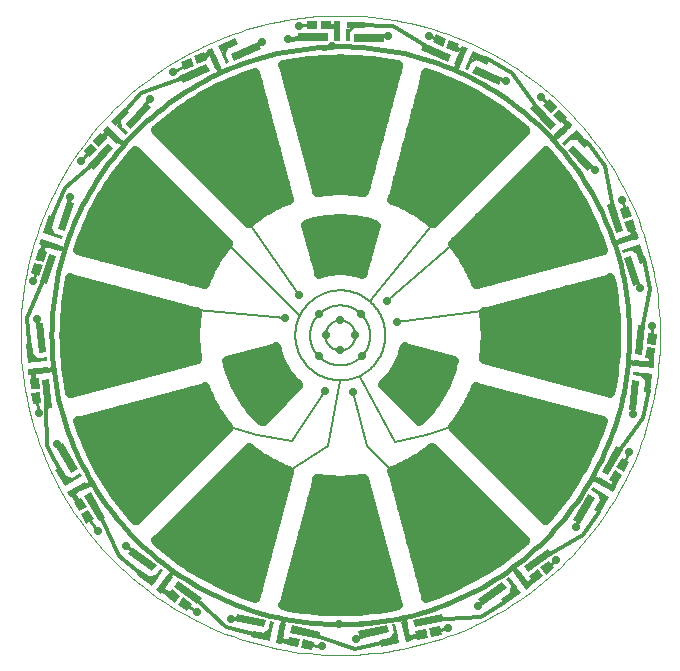
<source format=gtl>
G75*
%MOIN*%
%OFA0B0*%
%FSLAX25Y25*%
%IPPOS*%
%LPD*%
%AMOC8*
5,1,8,0,0,1.08239X$1,22.5*
%
%ADD10C,0.00004*%
%ADD11C,0.00800*%
%ADD12C,0.01600*%
%ADD13R,0.09843X0.02500*%
%ADD14R,0.06693X0.01969*%
%ADD15R,0.06299X0.02165*%
%ADD16R,0.04331X0.01181*%
%ADD17R,0.02362X0.01181*%
%ADD18R,0.01969X0.06693*%
%ADD19R,0.01181X0.04331*%
%ADD20R,0.03642X0.02913*%
%ADD21C,0.01200*%
%ADD22C,0.02800*%
%ADD23C,0.01000*%
%ADD24C,0.03200*%
%ADD25C,0.00600*%
D10*
X0005143Y0110845D02*
X0005175Y0113460D01*
X0005271Y0116074D01*
X0005432Y0118684D01*
X0005656Y0121290D01*
X0005944Y0123890D01*
X0006296Y0126481D01*
X0006712Y0129064D01*
X0007191Y0131635D01*
X0007732Y0134194D01*
X0008337Y0136738D01*
X0009003Y0139268D01*
X0009732Y0141779D01*
X0010522Y0144273D01*
X0011372Y0146746D01*
X0012284Y0149198D01*
X0013255Y0151626D01*
X0014285Y0154030D01*
X0015374Y0156408D01*
X0016522Y0158758D01*
X0017726Y0161080D01*
X0018987Y0163371D01*
X0020304Y0165631D01*
X0021676Y0167858D01*
X0023103Y0170050D01*
X0024582Y0172207D01*
X0026114Y0174326D01*
X0027698Y0176408D01*
X0029332Y0178450D01*
X0031016Y0180451D01*
X0032749Y0182410D01*
X0034529Y0184327D01*
X0036355Y0186199D01*
X0038227Y0188025D01*
X0040144Y0189805D01*
X0042103Y0191538D01*
X0044104Y0193222D01*
X0046146Y0194856D01*
X0048228Y0196440D01*
X0050347Y0197972D01*
X0052504Y0199451D01*
X0054696Y0200878D01*
X0056923Y0202250D01*
X0059183Y0203567D01*
X0061474Y0204828D01*
X0063796Y0206032D01*
X0066146Y0207180D01*
X0068524Y0208269D01*
X0070928Y0209299D01*
X0073356Y0210270D01*
X0075808Y0211182D01*
X0078281Y0212032D01*
X0080775Y0212822D01*
X0083286Y0213551D01*
X0085816Y0214217D01*
X0088360Y0214822D01*
X0090919Y0215363D01*
X0093490Y0215842D01*
X0096073Y0216258D01*
X0098664Y0216610D01*
X0101264Y0216898D01*
X0103870Y0217122D01*
X0106480Y0217283D01*
X0109094Y0217379D01*
X0111709Y0217411D01*
X0114324Y0217379D01*
X0116938Y0217283D01*
X0119548Y0217122D01*
X0122154Y0216898D01*
X0124754Y0216610D01*
X0127345Y0216258D01*
X0129928Y0215842D01*
X0132499Y0215363D01*
X0135058Y0214822D01*
X0137602Y0214217D01*
X0140132Y0213551D01*
X0142643Y0212822D01*
X0145137Y0212032D01*
X0147610Y0211182D01*
X0150062Y0210270D01*
X0152490Y0209299D01*
X0154894Y0208269D01*
X0157272Y0207180D01*
X0159622Y0206032D01*
X0161944Y0204828D01*
X0164235Y0203567D01*
X0166495Y0202250D01*
X0168722Y0200878D01*
X0170914Y0199451D01*
X0173071Y0197972D01*
X0175190Y0196440D01*
X0177272Y0194856D01*
X0179314Y0193222D01*
X0181315Y0191538D01*
X0183274Y0189805D01*
X0185191Y0188025D01*
X0187063Y0186199D01*
X0188889Y0184327D01*
X0190669Y0182410D01*
X0192402Y0180451D01*
X0194086Y0178450D01*
X0195720Y0176408D01*
X0197304Y0174326D01*
X0198836Y0172207D01*
X0200315Y0170050D01*
X0201742Y0167858D01*
X0203114Y0165631D01*
X0204431Y0163371D01*
X0205692Y0161080D01*
X0206896Y0158758D01*
X0208044Y0156408D01*
X0209133Y0154030D01*
X0210163Y0151626D01*
X0211134Y0149198D01*
X0212046Y0146746D01*
X0212896Y0144273D01*
X0213686Y0141779D01*
X0214415Y0139268D01*
X0215081Y0136738D01*
X0215686Y0134194D01*
X0216227Y0131635D01*
X0216706Y0129064D01*
X0217122Y0126481D01*
X0217474Y0123890D01*
X0217762Y0121290D01*
X0217986Y0118684D01*
X0218147Y0116074D01*
X0218243Y0113460D01*
X0218275Y0110845D01*
X0218243Y0108230D01*
X0218147Y0105616D01*
X0217986Y0103006D01*
X0217762Y0100400D01*
X0217474Y0097800D01*
X0217122Y0095209D01*
X0216706Y0092626D01*
X0216227Y0090055D01*
X0215686Y0087496D01*
X0215081Y0084952D01*
X0214415Y0082422D01*
X0213686Y0079911D01*
X0212896Y0077417D01*
X0212046Y0074944D01*
X0211134Y0072492D01*
X0210163Y0070064D01*
X0209133Y0067660D01*
X0208044Y0065282D01*
X0206896Y0062932D01*
X0205692Y0060610D01*
X0204431Y0058319D01*
X0203114Y0056059D01*
X0201742Y0053832D01*
X0200315Y0051640D01*
X0198836Y0049483D01*
X0197304Y0047364D01*
X0195720Y0045282D01*
X0194086Y0043240D01*
X0192402Y0041239D01*
X0190669Y0039280D01*
X0188889Y0037363D01*
X0187063Y0035491D01*
X0185191Y0033665D01*
X0183274Y0031885D01*
X0181315Y0030152D01*
X0179314Y0028468D01*
X0177272Y0026834D01*
X0175190Y0025250D01*
X0173071Y0023718D01*
X0170914Y0022239D01*
X0168722Y0020812D01*
X0166495Y0019440D01*
X0164235Y0018123D01*
X0161944Y0016862D01*
X0159622Y0015658D01*
X0157272Y0014510D01*
X0154894Y0013421D01*
X0152490Y0012391D01*
X0150062Y0011420D01*
X0147610Y0010508D01*
X0145137Y0009658D01*
X0142643Y0008868D01*
X0140132Y0008139D01*
X0137602Y0007473D01*
X0135058Y0006868D01*
X0132499Y0006327D01*
X0129928Y0005848D01*
X0127345Y0005432D01*
X0124754Y0005080D01*
X0122154Y0004792D01*
X0119548Y0004568D01*
X0116938Y0004407D01*
X0114324Y0004311D01*
X0111709Y0004279D01*
X0109094Y0004311D01*
X0106480Y0004407D01*
X0103870Y0004568D01*
X0101264Y0004792D01*
X0098664Y0005080D01*
X0096073Y0005432D01*
X0093490Y0005848D01*
X0090919Y0006327D01*
X0088360Y0006868D01*
X0085816Y0007473D01*
X0083286Y0008139D01*
X0080775Y0008868D01*
X0078281Y0009658D01*
X0075808Y0010508D01*
X0073356Y0011420D01*
X0070928Y0012391D01*
X0068524Y0013421D01*
X0066146Y0014510D01*
X0063796Y0015658D01*
X0061474Y0016862D01*
X0059183Y0018123D01*
X0056923Y0019440D01*
X0054696Y0020812D01*
X0052504Y0022239D01*
X0050347Y0023718D01*
X0048228Y0025250D01*
X0046146Y0026834D01*
X0044104Y0028468D01*
X0042103Y0030152D01*
X0040144Y0031885D01*
X0038227Y0033665D01*
X0036355Y0035491D01*
X0034529Y0037363D01*
X0032749Y0039280D01*
X0031016Y0041239D01*
X0029332Y0043240D01*
X0027698Y0045282D01*
X0026114Y0047364D01*
X0024582Y0049483D01*
X0023103Y0051640D01*
X0021676Y0053832D01*
X0020304Y0056059D01*
X0018987Y0058319D01*
X0017726Y0060610D01*
X0016522Y0062932D01*
X0015374Y0065282D01*
X0014285Y0067660D01*
X0013255Y0070064D01*
X0012284Y0072492D01*
X0011372Y0074944D01*
X0010522Y0077417D01*
X0009732Y0079911D01*
X0009003Y0082422D01*
X0008337Y0084952D01*
X0007732Y0087496D01*
X0007191Y0090055D01*
X0006712Y0092626D01*
X0006296Y0095209D01*
X0005944Y0097800D01*
X0005656Y0100400D01*
X0005432Y0103006D01*
X0005271Y0105616D01*
X0005175Y0108230D01*
X0005143Y0110845D01*
D11*
X0064155Y0119172D02*
X0093163Y0116466D01*
X0098096Y0117686D02*
X0074284Y0141430D01*
X0081137Y0148280D02*
X0097824Y0124140D01*
X0101666Y0110820D02*
X0101669Y0111065D01*
X0101678Y0111311D01*
X0101693Y0111556D01*
X0101714Y0111800D01*
X0101741Y0112044D01*
X0101774Y0112287D01*
X0101813Y0112530D01*
X0101858Y0112771D01*
X0101909Y0113011D01*
X0101966Y0113250D01*
X0102028Y0113487D01*
X0102097Y0113723D01*
X0102171Y0113957D01*
X0102251Y0114189D01*
X0102336Y0114419D01*
X0102427Y0114647D01*
X0102524Y0114872D01*
X0102626Y0115096D01*
X0102734Y0115316D01*
X0102847Y0115534D01*
X0102965Y0115749D01*
X0103089Y0115961D01*
X0103217Y0116170D01*
X0103351Y0116376D01*
X0103490Y0116578D01*
X0103634Y0116777D01*
X0103783Y0116972D01*
X0103936Y0117164D01*
X0104094Y0117352D01*
X0104256Y0117536D01*
X0104424Y0117715D01*
X0104595Y0117891D01*
X0104771Y0118062D01*
X0104950Y0118230D01*
X0105134Y0118392D01*
X0105322Y0118550D01*
X0105514Y0118703D01*
X0105709Y0118852D01*
X0105908Y0118996D01*
X0106110Y0119135D01*
X0106316Y0119269D01*
X0106525Y0119397D01*
X0106737Y0119521D01*
X0106952Y0119639D01*
X0107170Y0119752D01*
X0107390Y0119860D01*
X0107614Y0119962D01*
X0107839Y0120059D01*
X0108067Y0120150D01*
X0108297Y0120235D01*
X0108529Y0120315D01*
X0108763Y0120389D01*
X0108999Y0120458D01*
X0109236Y0120520D01*
X0109475Y0120577D01*
X0109715Y0120628D01*
X0109956Y0120673D01*
X0110199Y0120712D01*
X0110442Y0120745D01*
X0110686Y0120772D01*
X0110930Y0120793D01*
X0111175Y0120808D01*
X0111421Y0120817D01*
X0111666Y0120820D01*
X0111911Y0120817D01*
X0112157Y0120808D01*
X0112402Y0120793D01*
X0112646Y0120772D01*
X0112890Y0120745D01*
X0113133Y0120712D01*
X0113376Y0120673D01*
X0113617Y0120628D01*
X0113857Y0120577D01*
X0114096Y0120520D01*
X0114333Y0120458D01*
X0114569Y0120389D01*
X0114803Y0120315D01*
X0115035Y0120235D01*
X0115265Y0120150D01*
X0115493Y0120059D01*
X0115718Y0119962D01*
X0115942Y0119860D01*
X0116162Y0119752D01*
X0116380Y0119639D01*
X0116595Y0119521D01*
X0116807Y0119397D01*
X0117016Y0119269D01*
X0117222Y0119135D01*
X0117424Y0118996D01*
X0117623Y0118852D01*
X0117818Y0118703D01*
X0118010Y0118550D01*
X0118198Y0118392D01*
X0118382Y0118230D01*
X0118561Y0118062D01*
X0118737Y0117891D01*
X0118908Y0117715D01*
X0119076Y0117536D01*
X0119238Y0117352D01*
X0119396Y0117164D01*
X0119549Y0116972D01*
X0119698Y0116777D01*
X0119842Y0116578D01*
X0119981Y0116376D01*
X0120115Y0116170D01*
X0120243Y0115961D01*
X0120367Y0115749D01*
X0120485Y0115534D01*
X0120598Y0115316D01*
X0120706Y0115096D01*
X0120808Y0114872D01*
X0120905Y0114647D01*
X0120996Y0114419D01*
X0121081Y0114189D01*
X0121161Y0113957D01*
X0121235Y0113723D01*
X0121304Y0113487D01*
X0121366Y0113250D01*
X0121423Y0113011D01*
X0121474Y0112771D01*
X0121519Y0112530D01*
X0121558Y0112287D01*
X0121591Y0112044D01*
X0121618Y0111800D01*
X0121639Y0111556D01*
X0121654Y0111311D01*
X0121663Y0111065D01*
X0121666Y0110820D01*
X0121663Y0110575D01*
X0121654Y0110329D01*
X0121639Y0110084D01*
X0121618Y0109840D01*
X0121591Y0109596D01*
X0121558Y0109353D01*
X0121519Y0109110D01*
X0121474Y0108869D01*
X0121423Y0108629D01*
X0121366Y0108390D01*
X0121304Y0108153D01*
X0121235Y0107917D01*
X0121161Y0107683D01*
X0121081Y0107451D01*
X0120996Y0107221D01*
X0120905Y0106993D01*
X0120808Y0106768D01*
X0120706Y0106544D01*
X0120598Y0106324D01*
X0120485Y0106106D01*
X0120367Y0105891D01*
X0120243Y0105679D01*
X0120115Y0105470D01*
X0119981Y0105264D01*
X0119842Y0105062D01*
X0119698Y0104863D01*
X0119549Y0104668D01*
X0119396Y0104476D01*
X0119238Y0104288D01*
X0119076Y0104104D01*
X0118908Y0103925D01*
X0118737Y0103749D01*
X0118561Y0103578D01*
X0118382Y0103410D01*
X0118198Y0103248D01*
X0118010Y0103090D01*
X0117818Y0102937D01*
X0117623Y0102788D01*
X0117424Y0102644D01*
X0117222Y0102505D01*
X0117016Y0102371D01*
X0116807Y0102243D01*
X0116595Y0102119D01*
X0116380Y0102001D01*
X0116162Y0101888D01*
X0115942Y0101780D01*
X0115718Y0101678D01*
X0115493Y0101581D01*
X0115265Y0101490D01*
X0115035Y0101405D01*
X0114803Y0101325D01*
X0114569Y0101251D01*
X0114333Y0101182D01*
X0114096Y0101120D01*
X0113857Y0101063D01*
X0113617Y0101012D01*
X0113376Y0100967D01*
X0113133Y0100928D01*
X0112890Y0100895D01*
X0112646Y0100868D01*
X0112402Y0100847D01*
X0112157Y0100832D01*
X0111911Y0100823D01*
X0111666Y0100820D01*
X0111421Y0100823D01*
X0111175Y0100832D01*
X0110930Y0100847D01*
X0110686Y0100868D01*
X0110442Y0100895D01*
X0110199Y0100928D01*
X0109956Y0100967D01*
X0109715Y0101012D01*
X0109475Y0101063D01*
X0109236Y0101120D01*
X0108999Y0101182D01*
X0108763Y0101251D01*
X0108529Y0101325D01*
X0108297Y0101405D01*
X0108067Y0101490D01*
X0107839Y0101581D01*
X0107614Y0101678D01*
X0107390Y0101780D01*
X0107170Y0101888D01*
X0106952Y0102001D01*
X0106737Y0102119D01*
X0106525Y0102243D01*
X0106316Y0102371D01*
X0106110Y0102505D01*
X0105908Y0102644D01*
X0105709Y0102788D01*
X0105514Y0102937D01*
X0105322Y0103090D01*
X0105134Y0103248D01*
X0104950Y0103410D01*
X0104771Y0103578D01*
X0104595Y0103749D01*
X0104424Y0103925D01*
X0104256Y0104104D01*
X0104094Y0104288D01*
X0103936Y0104476D01*
X0103783Y0104668D01*
X0103634Y0104863D01*
X0103490Y0105062D01*
X0103351Y0105264D01*
X0103217Y0105470D01*
X0103089Y0105679D01*
X0102965Y0105891D01*
X0102847Y0106106D01*
X0102734Y0106324D01*
X0102626Y0106544D01*
X0102524Y0106768D01*
X0102427Y0106993D01*
X0102336Y0107221D01*
X0102251Y0107451D01*
X0102171Y0107683D01*
X0102097Y0107917D01*
X0102028Y0108153D01*
X0101966Y0108390D01*
X0101909Y0108629D01*
X0101858Y0108869D01*
X0101813Y0109110D01*
X0101774Y0109353D01*
X0101741Y0109596D01*
X0101714Y0109840D01*
X0101693Y0110084D01*
X0101678Y0110329D01*
X0101669Y0110575D01*
X0101666Y0110820D01*
X0090374Y0106809D02*
X0091492Y0103971D01*
X0106677Y0092163D02*
X0095659Y0075769D01*
X0083927Y0077483D01*
X0074949Y0080219D01*
X0094603Y0065571D02*
X0107517Y0073932D01*
X0111732Y0095687D01*
X0116035Y0092031D02*
X0120450Y0074023D01*
X0128889Y0065571D01*
X0129890Y0075437D02*
X0140120Y0077690D01*
X0148610Y0080124D01*
X0129890Y0075437D02*
X0118130Y0096972D01*
X0106749Y0110820D02*
X0106751Y0110961D01*
X0106757Y0111102D01*
X0106767Y0111242D01*
X0106781Y0111382D01*
X0106799Y0111522D01*
X0106820Y0111661D01*
X0106846Y0111800D01*
X0106875Y0111938D01*
X0106909Y0112074D01*
X0106946Y0112210D01*
X0106987Y0112345D01*
X0107032Y0112479D01*
X0107081Y0112611D01*
X0107133Y0112742D01*
X0107189Y0112871D01*
X0107249Y0112998D01*
X0107312Y0113124D01*
X0107378Y0113248D01*
X0107449Y0113371D01*
X0107522Y0113491D01*
X0107599Y0113609D01*
X0107679Y0113725D01*
X0107763Y0113838D01*
X0107849Y0113949D01*
X0107939Y0114058D01*
X0108032Y0114164D01*
X0108127Y0114267D01*
X0108226Y0114368D01*
X0108327Y0114466D01*
X0108431Y0114561D01*
X0108538Y0114653D01*
X0108647Y0114742D01*
X0108759Y0114827D01*
X0108873Y0114910D01*
X0108989Y0114990D01*
X0109108Y0115066D01*
X0109229Y0115138D01*
X0109351Y0115208D01*
X0109476Y0115273D01*
X0109602Y0115336D01*
X0109730Y0115394D01*
X0109860Y0115449D01*
X0109991Y0115501D01*
X0110124Y0115548D01*
X0110258Y0115592D01*
X0110393Y0115633D01*
X0110529Y0115669D01*
X0110666Y0115701D01*
X0110804Y0115730D01*
X0110942Y0115755D01*
X0111082Y0115775D01*
X0111222Y0115792D01*
X0111362Y0115805D01*
X0111503Y0115814D01*
X0111643Y0115819D01*
X0111784Y0115820D01*
X0111925Y0115817D01*
X0112066Y0115810D01*
X0112206Y0115799D01*
X0112346Y0115784D01*
X0112486Y0115765D01*
X0112625Y0115743D01*
X0112763Y0115716D01*
X0112901Y0115686D01*
X0113037Y0115651D01*
X0113173Y0115613D01*
X0113307Y0115571D01*
X0113441Y0115525D01*
X0113573Y0115476D01*
X0113703Y0115422D01*
X0113832Y0115365D01*
X0113959Y0115305D01*
X0114085Y0115241D01*
X0114208Y0115173D01*
X0114330Y0115102D01*
X0114450Y0115028D01*
X0114567Y0114950D01*
X0114682Y0114869D01*
X0114795Y0114785D01*
X0114906Y0114698D01*
X0115014Y0114607D01*
X0115119Y0114514D01*
X0115222Y0114417D01*
X0115322Y0114318D01*
X0115419Y0114216D01*
X0115513Y0114111D01*
X0115604Y0114004D01*
X0115692Y0113894D01*
X0115777Y0113782D01*
X0115859Y0113667D01*
X0115938Y0113550D01*
X0116013Y0113431D01*
X0116085Y0113310D01*
X0116153Y0113187D01*
X0116218Y0113062D01*
X0116280Y0112935D01*
X0116337Y0112806D01*
X0116392Y0112676D01*
X0116442Y0112545D01*
X0116489Y0112412D01*
X0116532Y0112278D01*
X0116571Y0112142D01*
X0116606Y0112006D01*
X0116638Y0111869D01*
X0116665Y0111731D01*
X0116689Y0111592D01*
X0116709Y0111452D01*
X0116725Y0111312D01*
X0116737Y0111172D01*
X0116745Y0111031D01*
X0116749Y0110890D01*
X0116749Y0110750D01*
X0116745Y0110609D01*
X0116737Y0110468D01*
X0116725Y0110328D01*
X0116709Y0110188D01*
X0116689Y0110048D01*
X0116665Y0109909D01*
X0116638Y0109771D01*
X0116606Y0109634D01*
X0116571Y0109498D01*
X0116532Y0109362D01*
X0116489Y0109228D01*
X0116442Y0109095D01*
X0116392Y0108964D01*
X0116337Y0108834D01*
X0116280Y0108705D01*
X0116218Y0108578D01*
X0116153Y0108453D01*
X0116085Y0108330D01*
X0116013Y0108209D01*
X0115938Y0108090D01*
X0115859Y0107973D01*
X0115777Y0107858D01*
X0115692Y0107746D01*
X0115604Y0107636D01*
X0115513Y0107529D01*
X0115419Y0107424D01*
X0115322Y0107322D01*
X0115222Y0107223D01*
X0115119Y0107126D01*
X0115014Y0107033D01*
X0114906Y0106942D01*
X0114795Y0106855D01*
X0114682Y0106771D01*
X0114567Y0106690D01*
X0114450Y0106612D01*
X0114330Y0106538D01*
X0114208Y0106467D01*
X0114085Y0106399D01*
X0113959Y0106335D01*
X0113832Y0106275D01*
X0113703Y0106218D01*
X0113573Y0106164D01*
X0113441Y0106115D01*
X0113307Y0106069D01*
X0113173Y0106027D01*
X0113037Y0105989D01*
X0112901Y0105954D01*
X0112763Y0105924D01*
X0112625Y0105897D01*
X0112486Y0105875D01*
X0112346Y0105856D01*
X0112206Y0105841D01*
X0112066Y0105830D01*
X0111925Y0105823D01*
X0111784Y0105820D01*
X0111643Y0105821D01*
X0111503Y0105826D01*
X0111362Y0105835D01*
X0111222Y0105848D01*
X0111082Y0105865D01*
X0110942Y0105885D01*
X0110804Y0105910D01*
X0110666Y0105939D01*
X0110529Y0105971D01*
X0110393Y0106007D01*
X0110258Y0106048D01*
X0110124Y0106092D01*
X0109991Y0106139D01*
X0109860Y0106191D01*
X0109730Y0106246D01*
X0109602Y0106304D01*
X0109476Y0106367D01*
X0109351Y0106432D01*
X0109229Y0106502D01*
X0109108Y0106574D01*
X0108989Y0106650D01*
X0108873Y0106730D01*
X0108759Y0106813D01*
X0108647Y0106898D01*
X0108538Y0106987D01*
X0108431Y0107079D01*
X0108327Y0107174D01*
X0108226Y0107272D01*
X0108127Y0107373D01*
X0108032Y0107476D01*
X0107939Y0107582D01*
X0107849Y0107691D01*
X0107763Y0107802D01*
X0107679Y0107915D01*
X0107599Y0108031D01*
X0107522Y0108149D01*
X0107449Y0108269D01*
X0107378Y0108392D01*
X0107312Y0108516D01*
X0107249Y0108642D01*
X0107189Y0108769D01*
X0107133Y0108898D01*
X0107081Y0109029D01*
X0107032Y0109161D01*
X0106987Y0109295D01*
X0106946Y0109430D01*
X0106909Y0109566D01*
X0106875Y0109702D01*
X0106846Y0109840D01*
X0106820Y0109979D01*
X0106799Y0110118D01*
X0106781Y0110258D01*
X0106767Y0110398D01*
X0106757Y0110538D01*
X0106751Y0110679D01*
X0106749Y0110820D01*
X0096717Y0110829D02*
X0096722Y0111197D01*
X0096735Y0111565D01*
X0096758Y0111932D01*
X0096789Y0112299D01*
X0096830Y0112665D01*
X0096879Y0113030D01*
X0096938Y0113393D01*
X0097005Y0113755D01*
X0097081Y0114116D01*
X0097167Y0114474D01*
X0097260Y0114830D01*
X0097363Y0115183D01*
X0097474Y0115534D01*
X0097594Y0115882D01*
X0097722Y0116227D01*
X0097859Y0116569D01*
X0098004Y0116908D01*
X0098157Y0117242D01*
X0098319Y0117573D01*
X0098488Y0117900D01*
X0098666Y0118222D01*
X0098851Y0118541D01*
X0099044Y0118854D01*
X0099245Y0119163D01*
X0099453Y0119466D01*
X0099669Y0119764D01*
X0099892Y0120057D01*
X0100122Y0120345D01*
X0100359Y0120627D01*
X0100603Y0120902D01*
X0100853Y0121172D01*
X0101110Y0121436D01*
X0101374Y0121693D01*
X0101644Y0121943D01*
X0101919Y0122187D01*
X0102201Y0122424D01*
X0102489Y0122654D01*
X0102782Y0122877D01*
X0103080Y0123093D01*
X0103383Y0123301D01*
X0103692Y0123502D01*
X0104005Y0123695D01*
X0104324Y0123880D01*
X0104646Y0124058D01*
X0104973Y0124227D01*
X0105304Y0124389D01*
X0105638Y0124542D01*
X0105977Y0124687D01*
X0106319Y0124824D01*
X0106664Y0124952D01*
X0107012Y0125072D01*
X0107363Y0125183D01*
X0107716Y0125286D01*
X0108072Y0125379D01*
X0108430Y0125465D01*
X0108791Y0125541D01*
X0109153Y0125608D01*
X0109516Y0125667D01*
X0109881Y0125716D01*
X0110247Y0125757D01*
X0110614Y0125788D01*
X0110981Y0125811D01*
X0111349Y0125824D01*
X0111717Y0125829D01*
X0112085Y0125824D01*
X0112453Y0125811D01*
X0112820Y0125788D01*
X0113187Y0125757D01*
X0113553Y0125716D01*
X0113918Y0125667D01*
X0114281Y0125608D01*
X0114643Y0125541D01*
X0115004Y0125465D01*
X0115362Y0125379D01*
X0115718Y0125286D01*
X0116071Y0125183D01*
X0116422Y0125072D01*
X0116770Y0124952D01*
X0117115Y0124824D01*
X0117457Y0124687D01*
X0117796Y0124542D01*
X0118130Y0124389D01*
X0118461Y0124227D01*
X0118788Y0124058D01*
X0119110Y0123880D01*
X0119429Y0123695D01*
X0119742Y0123502D01*
X0120051Y0123301D01*
X0120354Y0123093D01*
X0120652Y0122877D01*
X0120945Y0122654D01*
X0121233Y0122424D01*
X0121515Y0122187D01*
X0121790Y0121943D01*
X0122060Y0121693D01*
X0122324Y0121436D01*
X0122581Y0121172D01*
X0122831Y0120902D01*
X0123075Y0120627D01*
X0123312Y0120345D01*
X0123542Y0120057D01*
X0123765Y0119764D01*
X0123981Y0119466D01*
X0124189Y0119163D01*
X0124390Y0118854D01*
X0124583Y0118541D01*
X0124768Y0118222D01*
X0124946Y0117900D01*
X0125115Y0117573D01*
X0125277Y0117242D01*
X0125430Y0116908D01*
X0125575Y0116569D01*
X0125712Y0116227D01*
X0125840Y0115882D01*
X0125960Y0115534D01*
X0126071Y0115183D01*
X0126174Y0114830D01*
X0126267Y0114474D01*
X0126353Y0114116D01*
X0126429Y0113755D01*
X0126496Y0113393D01*
X0126555Y0113030D01*
X0126604Y0112665D01*
X0126645Y0112299D01*
X0126676Y0111932D01*
X0126699Y0111565D01*
X0126712Y0111197D01*
X0126717Y0110829D01*
X0126712Y0110461D01*
X0126699Y0110093D01*
X0126676Y0109726D01*
X0126645Y0109359D01*
X0126604Y0108993D01*
X0126555Y0108628D01*
X0126496Y0108265D01*
X0126429Y0107903D01*
X0126353Y0107542D01*
X0126267Y0107184D01*
X0126174Y0106828D01*
X0126071Y0106475D01*
X0125960Y0106124D01*
X0125840Y0105776D01*
X0125712Y0105431D01*
X0125575Y0105089D01*
X0125430Y0104750D01*
X0125277Y0104416D01*
X0125115Y0104085D01*
X0124946Y0103758D01*
X0124768Y0103436D01*
X0124583Y0103117D01*
X0124390Y0102804D01*
X0124189Y0102495D01*
X0123981Y0102192D01*
X0123765Y0101894D01*
X0123542Y0101601D01*
X0123312Y0101313D01*
X0123075Y0101031D01*
X0122831Y0100756D01*
X0122581Y0100486D01*
X0122324Y0100222D01*
X0122060Y0099965D01*
X0121790Y0099715D01*
X0121515Y0099471D01*
X0121233Y0099234D01*
X0120945Y0099004D01*
X0120652Y0098781D01*
X0120354Y0098565D01*
X0120051Y0098357D01*
X0119742Y0098156D01*
X0119429Y0097963D01*
X0119110Y0097778D01*
X0118788Y0097600D01*
X0118461Y0097431D01*
X0118130Y0097269D01*
X0117796Y0097116D01*
X0117457Y0096971D01*
X0117115Y0096834D01*
X0116770Y0096706D01*
X0116422Y0096586D01*
X0116071Y0096475D01*
X0115718Y0096372D01*
X0115362Y0096279D01*
X0115004Y0096193D01*
X0114643Y0096117D01*
X0114281Y0096050D01*
X0113918Y0095991D01*
X0113553Y0095942D01*
X0113187Y0095901D01*
X0112820Y0095870D01*
X0112453Y0095847D01*
X0112085Y0095834D01*
X0111717Y0095829D01*
X0111349Y0095834D01*
X0110981Y0095847D01*
X0110614Y0095870D01*
X0110247Y0095901D01*
X0109881Y0095942D01*
X0109516Y0095991D01*
X0109153Y0096050D01*
X0108791Y0096117D01*
X0108430Y0096193D01*
X0108072Y0096279D01*
X0107716Y0096372D01*
X0107363Y0096475D01*
X0107012Y0096586D01*
X0106664Y0096706D01*
X0106319Y0096834D01*
X0105977Y0096971D01*
X0105638Y0097116D01*
X0105304Y0097269D01*
X0104973Y0097431D01*
X0104646Y0097600D01*
X0104324Y0097778D01*
X0104005Y0097963D01*
X0103692Y0098156D01*
X0103383Y0098357D01*
X0103080Y0098565D01*
X0102782Y0098781D01*
X0102489Y0099004D01*
X0102201Y0099234D01*
X0101919Y0099471D01*
X0101644Y0099715D01*
X0101374Y0099965D01*
X0101110Y0100222D01*
X0100853Y0100486D01*
X0100603Y0100756D01*
X0100359Y0101031D01*
X0100122Y0101313D01*
X0099892Y0101601D01*
X0099669Y0101894D01*
X0099453Y0102192D01*
X0099245Y0102495D01*
X0099044Y0102804D01*
X0098851Y0103117D01*
X0098666Y0103436D01*
X0098488Y0103758D01*
X0098319Y0104085D01*
X0098157Y0104416D01*
X0098004Y0104750D01*
X0097859Y0105089D01*
X0097722Y0105431D01*
X0097594Y0105776D01*
X0097474Y0106124D01*
X0097363Y0106475D01*
X0097260Y0106828D01*
X0097167Y0107184D01*
X0097081Y0107542D01*
X0097005Y0107903D01*
X0096938Y0108265D01*
X0096879Y0108628D01*
X0096830Y0108993D01*
X0096789Y0109359D01*
X0096758Y0109726D01*
X0096735Y0110093D01*
X0096722Y0110461D01*
X0096717Y0110829D01*
X0121631Y0122343D02*
X0142398Y0147724D01*
X0149129Y0141366D02*
X0127224Y0122346D01*
X0130499Y0115252D02*
X0158977Y0118949D01*
D12*
X0159430Y0118811D02*
X0203264Y0118811D01*
X0203479Y0117213D02*
X0159698Y0117213D01*
X0159967Y0115614D02*
X0203694Y0115614D01*
X0203909Y0114016D02*
X0160235Y0114016D01*
X0160503Y0112417D02*
X0204124Y0112417D01*
X0204266Y0111360D02*
X0201639Y0090937D01*
X0159302Y0102282D01*
X0160712Y0111173D01*
X0159330Y0119408D01*
X0201658Y0130747D01*
X0204266Y0111360D01*
X0204197Y0110819D02*
X0160656Y0110819D01*
X0160402Y0109220D02*
X0203991Y0109220D01*
X0203785Y0107622D02*
X0160149Y0107622D01*
X0159895Y0106023D02*
X0203580Y0106023D01*
X0203374Y0104425D02*
X0159642Y0104425D01*
X0159388Y0102826D02*
X0203169Y0102826D01*
X0202963Y0101228D02*
X0163236Y0101228D01*
X0169202Y0099629D02*
X0202757Y0099629D01*
X0202552Y0098031D02*
X0175167Y0098031D01*
X0181133Y0096432D02*
X0202346Y0096432D01*
X0202140Y0094834D02*
X0187098Y0094834D01*
X0193064Y0093235D02*
X0201935Y0093235D01*
X0201729Y0091637D02*
X0199029Y0091637D01*
X0191440Y0085243D02*
X0153146Y0085243D01*
X0154404Y0086841D02*
X0185473Y0086841D01*
X0179506Y0088440D02*
X0155028Y0088440D01*
X0154513Y0086980D02*
X0148720Y0079616D01*
X0179707Y0048632D01*
X0191746Y0064572D01*
X0199377Y0083116D01*
X0157143Y0094431D01*
X0154513Y0086980D01*
X0155592Y0090038D02*
X0173539Y0090038D01*
X0167572Y0091637D02*
X0156157Y0091637D01*
X0156721Y0093235D02*
X0161605Y0093235D01*
X0151889Y0083644D02*
X0197407Y0083644D01*
X0198937Y0082045D02*
X0150631Y0082045D01*
X0149374Y0080447D02*
X0198279Y0080447D01*
X0197621Y0078848D02*
X0149488Y0078848D01*
X0151087Y0077250D02*
X0196963Y0077250D01*
X0196306Y0075651D02*
X0152685Y0075651D01*
X0154284Y0074053D02*
X0195648Y0074053D01*
X0194990Y0072454D02*
X0155883Y0072454D01*
X0157481Y0070856D02*
X0194332Y0070856D01*
X0193675Y0069257D02*
X0159080Y0069257D01*
X0160678Y0067659D02*
X0193017Y0067659D01*
X0192359Y0066060D02*
X0162277Y0066060D01*
X0163876Y0064462D02*
X0191664Y0064462D01*
X0190456Y0062863D02*
X0165474Y0062863D01*
X0167073Y0061265D02*
X0189249Y0061265D01*
X0188042Y0059666D02*
X0168672Y0059666D01*
X0170270Y0058068D02*
X0186834Y0058068D01*
X0185627Y0056469D02*
X0171869Y0056469D01*
X0173468Y0054871D02*
X0184419Y0054871D01*
X0183212Y0053272D02*
X0175066Y0053272D01*
X0176665Y0051674D02*
X0182005Y0051674D01*
X0180797Y0050075D02*
X0178263Y0050075D01*
X0173064Y0043681D02*
X0133995Y0043681D01*
X0134423Y0042083D02*
X0172743Y0042083D01*
X0173824Y0042921D02*
X0158357Y0030929D01*
X0139507Y0023106D01*
X0128178Y0065394D01*
X0136453Y0068575D01*
X0142858Y0073893D01*
X0173824Y0042921D01*
X0171466Y0045280D02*
X0133567Y0045280D01*
X0133138Y0046878D02*
X0169868Y0046878D01*
X0168269Y0048477D02*
X0132710Y0048477D01*
X0132282Y0050075D02*
X0166671Y0050075D01*
X0165073Y0051674D02*
X0131854Y0051674D01*
X0131425Y0053272D02*
X0163475Y0053272D01*
X0161877Y0054871D02*
X0130997Y0054871D01*
X0130569Y0056469D02*
X0160278Y0056469D01*
X0158680Y0058068D02*
X0130141Y0058068D01*
X0129712Y0059666D02*
X0157082Y0059666D01*
X0155484Y0061265D02*
X0129284Y0061265D01*
X0128856Y0062863D02*
X0153885Y0062863D01*
X0152287Y0064462D02*
X0128428Y0064462D01*
X0129911Y0066060D02*
X0150689Y0066060D01*
X0149091Y0067659D02*
X0134071Y0067659D01*
X0137275Y0069257D02*
X0147493Y0069257D01*
X0145894Y0070856D02*
X0139200Y0070856D01*
X0141125Y0072454D02*
X0144296Y0072454D01*
X0137404Y0081827D02*
X0125328Y0093896D01*
X0130872Y0099820D01*
X0133214Y0107597D01*
X0149723Y0103172D01*
X0145519Y0091356D01*
X0137404Y0081827D01*
X0137590Y0082045D02*
X0137185Y0082045D01*
X0135586Y0083644D02*
X0138951Y0083644D01*
X0140313Y0085243D02*
X0133987Y0085243D01*
X0132387Y0086841D02*
X0141674Y0086841D01*
X0143035Y0088440D02*
X0130788Y0088440D01*
X0129188Y0090038D02*
X0144397Y0090038D01*
X0145619Y0091637D02*
X0127589Y0091637D01*
X0125989Y0093235D02*
X0146187Y0093235D01*
X0146756Y0094834D02*
X0126205Y0094834D01*
X0127701Y0096432D02*
X0147325Y0096432D01*
X0147894Y0098031D02*
X0129197Y0098031D01*
X0130693Y0099629D02*
X0148462Y0099629D01*
X0149031Y0101228D02*
X0131296Y0101228D01*
X0131777Y0102826D02*
X0149600Y0102826D01*
X0145048Y0104425D02*
X0132259Y0104425D01*
X0132740Y0106023D02*
X0139084Y0106023D01*
X0157131Y0127234D02*
X0154071Y0135553D01*
X0148618Y0141994D01*
X0179615Y0172977D01*
X0192752Y0155492D01*
X0199510Y0138584D01*
X0157131Y0127234D01*
X0156702Y0128402D02*
X0161493Y0128402D01*
X0156114Y0130001D02*
X0167462Y0130001D01*
X0173431Y0131599D02*
X0155526Y0131599D01*
X0154938Y0133198D02*
X0179400Y0133198D01*
X0185368Y0134796D02*
X0154350Y0134796D01*
X0153359Y0136395D02*
X0191337Y0136395D01*
X0197306Y0137993D02*
X0152005Y0137993D01*
X0150652Y0139592D02*
X0199107Y0139592D01*
X0198468Y0141190D02*
X0149298Y0141190D01*
X0149414Y0142789D02*
X0197829Y0142789D01*
X0197190Y0144387D02*
X0151013Y0144387D01*
X0152612Y0145986D02*
X0196552Y0145986D01*
X0195913Y0147584D02*
X0154212Y0147584D01*
X0155811Y0149183D02*
X0195274Y0149183D01*
X0194635Y0150781D02*
X0157410Y0150781D01*
X0159009Y0152380D02*
X0193996Y0152380D01*
X0193357Y0153979D02*
X0160608Y0153979D01*
X0162207Y0155577D02*
X0192688Y0155577D01*
X0191487Y0157176D02*
X0163807Y0157176D01*
X0165406Y0158774D02*
X0190286Y0158774D01*
X0189085Y0160373D02*
X0167005Y0160373D01*
X0168604Y0161971D02*
X0187884Y0161971D01*
X0186683Y0163570D02*
X0170203Y0163570D01*
X0171803Y0165168D02*
X0185482Y0165168D01*
X0184281Y0166767D02*
X0173402Y0166767D01*
X0175001Y0168365D02*
X0183080Y0168365D01*
X0181879Y0169964D02*
X0176600Y0169964D01*
X0178199Y0171562D02*
X0180678Y0171562D01*
X0182632Y0176149D02*
X0186124Y0179391D01*
X0187532Y0180774D02*
X0184840Y0183796D01*
X0173869Y0178661D02*
X0142933Y0147724D01*
X0135949Y0153503D01*
X0128141Y0156279D01*
X0139475Y0198592D01*
X0158820Y0190626D01*
X0173869Y0178661D01*
X0173164Y0177956D02*
X0133947Y0177956D01*
X0133519Y0176358D02*
X0171565Y0176358D01*
X0169967Y0174759D02*
X0133091Y0174759D01*
X0132663Y0173161D02*
X0168369Y0173161D01*
X0166770Y0171562D02*
X0132235Y0171562D01*
X0131807Y0169964D02*
X0165172Y0169964D01*
X0163573Y0168365D02*
X0131378Y0168365D01*
X0130950Y0166767D02*
X0161975Y0166767D01*
X0160376Y0165168D02*
X0130522Y0165168D01*
X0130094Y0163570D02*
X0158778Y0163570D01*
X0157179Y0161971D02*
X0129666Y0161971D01*
X0129237Y0160373D02*
X0155581Y0160373D01*
X0153982Y0158774D02*
X0128809Y0158774D01*
X0128381Y0157176D02*
X0152384Y0157176D01*
X0150785Y0155577D02*
X0130115Y0155577D01*
X0134612Y0153979D02*
X0149187Y0153979D01*
X0147588Y0152380D02*
X0137306Y0152380D01*
X0139238Y0150781D02*
X0145990Y0150781D01*
X0144392Y0149183D02*
X0141169Y0149183D01*
X0142361Y0148290D02*
X0142398Y0147724D01*
X0124129Y0147579D02*
X0119717Y0131081D01*
X0111580Y0133321D01*
X0103780Y0131162D01*
X0099384Y0147605D01*
X0112162Y0150283D01*
X0124129Y0147579D01*
X0124104Y0147584D02*
X0099389Y0147584D01*
X0099817Y0145986D02*
X0123703Y0145986D01*
X0123276Y0144387D02*
X0100244Y0144387D01*
X0100672Y0142789D02*
X0122849Y0142789D01*
X0122421Y0141190D02*
X0101099Y0141190D01*
X0101527Y0139592D02*
X0121994Y0139592D01*
X0121566Y0137993D02*
X0101954Y0137993D01*
X0102381Y0136395D02*
X0121139Y0136395D01*
X0120711Y0134796D02*
X0102809Y0134796D01*
X0103236Y0133198D02*
X0111136Y0133198D01*
X0112027Y0133198D02*
X0120284Y0133198D01*
X0119856Y0131599D02*
X0117833Y0131599D01*
X0105360Y0131599D02*
X0103664Y0131599D01*
X0106913Y0149183D02*
X0117029Y0149183D01*
X0118697Y0158774D02*
X0120439Y0158774D01*
X0120359Y0158477D02*
X0111583Y0160047D01*
X0103324Y0158214D01*
X0091968Y0200602D01*
X0110391Y0203519D01*
X0131655Y0200703D01*
X0120359Y0158477D01*
X0120866Y0160373D02*
X0102745Y0160373D01*
X0102317Y0161971D02*
X0121294Y0161971D01*
X0121721Y0163570D02*
X0101889Y0163570D01*
X0101461Y0165168D02*
X0122149Y0165168D01*
X0122577Y0166767D02*
X0101032Y0166767D01*
X0100604Y0168365D02*
X0123004Y0168365D01*
X0123432Y0169964D02*
X0100176Y0169964D01*
X0099748Y0171562D02*
X0123859Y0171562D01*
X0124287Y0173161D02*
X0099319Y0173161D01*
X0098891Y0174759D02*
X0124715Y0174759D01*
X0125142Y0176358D02*
X0098463Y0176358D01*
X0098035Y0177956D02*
X0125570Y0177956D01*
X0125998Y0179555D02*
X0097606Y0179555D01*
X0097178Y0181153D02*
X0126425Y0181153D01*
X0126853Y0182752D02*
X0096750Y0182752D01*
X0096322Y0184350D02*
X0127280Y0184350D01*
X0127708Y0185949D02*
X0095893Y0185949D01*
X0095465Y0187547D02*
X0128136Y0187547D01*
X0128563Y0189146D02*
X0095037Y0189146D01*
X0094609Y0190744D02*
X0128991Y0190744D01*
X0129418Y0192343D02*
X0094180Y0192343D01*
X0093752Y0193941D02*
X0129846Y0193941D01*
X0130274Y0195540D02*
X0093324Y0195540D01*
X0092896Y0197138D02*
X0130701Y0197138D01*
X0131129Y0198737D02*
X0092467Y0198737D01*
X0092039Y0200335D02*
X0131556Y0200335D01*
X0139086Y0197138D02*
X0143006Y0197138D01*
X0146887Y0195540D02*
X0138657Y0195540D01*
X0138229Y0193941D02*
X0150769Y0193941D01*
X0154651Y0192343D02*
X0137801Y0192343D01*
X0137373Y0190744D02*
X0158533Y0190744D01*
X0160682Y0189146D02*
X0136945Y0189146D01*
X0136516Y0187547D02*
X0162692Y0187547D01*
X0164703Y0185949D02*
X0136088Y0185949D01*
X0135660Y0184350D02*
X0166713Y0184350D01*
X0168724Y0182752D02*
X0135232Y0182752D01*
X0134804Y0181153D02*
X0170734Y0181153D01*
X0172745Y0179555D02*
X0134376Y0179555D01*
X0149917Y0199313D02*
X0151858Y0203898D01*
X0150554Y0206404D02*
X0149123Y0207227D01*
X0122362Y0201934D02*
X0100380Y0201934D01*
X0105860Y0206714D02*
X0108885Y0207141D01*
X0110662Y0207234D02*
X0105860Y0206714D01*
X0102769Y0210170D02*
X0094250Y0209515D01*
X0083990Y0198537D02*
X0095311Y0156283D01*
X0086871Y0153360D01*
X0080701Y0147762D01*
X0049669Y0178745D01*
X0065364Y0191091D01*
X0083990Y0198537D01*
X0084365Y0197138D02*
X0080491Y0197138D01*
X0076492Y0195540D02*
X0084793Y0195540D01*
X0085221Y0193941D02*
X0072494Y0193941D01*
X0068495Y0192343D02*
X0085650Y0192343D01*
X0086078Y0190744D02*
X0064923Y0190744D01*
X0062891Y0189146D02*
X0086506Y0189146D01*
X0086935Y0187547D02*
X0060859Y0187547D01*
X0058827Y0185949D02*
X0087363Y0185949D01*
X0087791Y0184350D02*
X0056795Y0184350D01*
X0054763Y0182752D02*
X0088219Y0182752D01*
X0088648Y0181153D02*
X0052731Y0181153D01*
X0050699Y0179555D02*
X0089076Y0179555D01*
X0089504Y0177956D02*
X0050460Y0177956D01*
X0050230Y0179192D02*
X0081132Y0148290D01*
X0082267Y0149183D02*
X0079278Y0149183D01*
X0077677Y0150781D02*
X0084029Y0150781D01*
X0085791Y0152380D02*
X0076076Y0152380D01*
X0074475Y0153979D02*
X0088657Y0153979D01*
X0093272Y0155577D02*
X0072874Y0155577D01*
X0071273Y0157176D02*
X0095072Y0157176D01*
X0094644Y0158774D02*
X0069672Y0158774D01*
X0068071Y0160373D02*
X0094215Y0160373D01*
X0093787Y0161971D02*
X0066470Y0161971D01*
X0064869Y0163570D02*
X0093359Y0163570D01*
X0092930Y0165168D02*
X0063268Y0165168D01*
X0061667Y0166767D02*
X0092502Y0166767D01*
X0092074Y0168365D02*
X0060066Y0168365D01*
X0058465Y0169964D02*
X0091646Y0169964D01*
X0091217Y0171562D02*
X0056864Y0171562D01*
X0055263Y0173161D02*
X0090789Y0173161D01*
X0090361Y0174759D02*
X0053662Y0174759D01*
X0052061Y0176358D02*
X0089933Y0176358D01*
X0103174Y0158774D02*
X0105848Y0158774D01*
X0074784Y0142000D02*
X0069497Y0136026D01*
X0066291Y0127188D01*
X0024027Y0138508D01*
X0032168Y0158361D01*
X0043841Y0172945D01*
X0074784Y0142000D01*
X0074067Y0141190D02*
X0025127Y0141190D01*
X0024471Y0139592D02*
X0072652Y0139592D01*
X0071238Y0137993D02*
X0025949Y0137993D01*
X0025782Y0142789D02*
X0073995Y0142789D01*
X0072397Y0144387D02*
X0026438Y0144387D01*
X0027093Y0145986D02*
X0070798Y0145986D01*
X0069200Y0147584D02*
X0027749Y0147584D01*
X0028404Y0149183D02*
X0067601Y0149183D01*
X0066003Y0150781D02*
X0029060Y0150781D01*
X0029715Y0152380D02*
X0064405Y0152380D01*
X0062806Y0153979D02*
X0030371Y0153979D01*
X0031026Y0155577D02*
X0061208Y0155577D01*
X0059609Y0157176D02*
X0031681Y0157176D01*
X0032498Y0158774D02*
X0058011Y0158774D01*
X0056413Y0160373D02*
X0033778Y0160373D01*
X0035057Y0161971D02*
X0054814Y0161971D01*
X0053216Y0163570D02*
X0036337Y0163570D01*
X0037616Y0165168D02*
X0051617Y0165168D01*
X0050019Y0166767D02*
X0038896Y0166767D01*
X0040175Y0168365D02*
X0048421Y0168365D01*
X0046822Y0169964D02*
X0041455Y0169964D01*
X0042734Y0171562D02*
X0045224Y0171562D01*
X0039378Y0174543D02*
X0035610Y0177684D01*
X0034197Y0179090D02*
X0031527Y0176079D01*
X0065148Y0203214D02*
X0065783Y0203130D01*
X0067490Y0204800D01*
X0068480Y0205060D01*
X0069496Y0203184D01*
X0071527Y0198531D01*
X0106882Y0214065D02*
X0110666Y0214065D01*
X0110666Y0212295D01*
X0110707Y0212295D01*
X0069824Y0136395D02*
X0031917Y0136395D01*
X0037885Y0134796D02*
X0069051Y0134796D01*
X0068471Y0133198D02*
X0043853Y0133198D01*
X0049821Y0131599D02*
X0067891Y0131599D01*
X0067312Y0130001D02*
X0055789Y0130001D01*
X0061757Y0128402D02*
X0066732Y0128402D01*
X0064114Y0119306D02*
X0021848Y0130627D01*
X0019058Y0111221D01*
X0021919Y0090956D01*
X0064325Y0102321D01*
X0062577Y0110855D01*
X0064114Y0119306D01*
X0064024Y0118811D02*
X0020149Y0118811D01*
X0019919Y0117213D02*
X0063733Y0117213D01*
X0063442Y0115614D02*
X0019690Y0115614D01*
X0019460Y0114016D02*
X0063151Y0114016D01*
X0062861Y0112417D02*
X0019230Y0112417D01*
X0019115Y0110819D02*
X0062584Y0110819D01*
X0062912Y0109220D02*
X0019340Y0109220D01*
X0019566Y0107622D02*
X0063239Y0107622D01*
X0063566Y0106023D02*
X0019792Y0106023D01*
X0020017Y0104425D02*
X0063894Y0104425D01*
X0064221Y0102826D02*
X0020243Y0102826D01*
X0020469Y0101228D02*
X0060244Y0101228D01*
X0054279Y0099629D02*
X0020694Y0099629D01*
X0020920Y0098031D02*
X0048315Y0098031D01*
X0042351Y0096432D02*
X0021146Y0096432D01*
X0021371Y0094834D02*
X0036387Y0094834D01*
X0030423Y0093235D02*
X0021597Y0093235D01*
X0021823Y0091637D02*
X0024459Y0091637D01*
X0016012Y0099685D02*
X0010930Y0099003D01*
X0009196Y0098885D01*
X0009291Y0096916D01*
X0024003Y0083026D02*
X0066302Y0094360D01*
X0069308Y0086161D01*
X0074909Y0079730D01*
X0043929Y0048752D01*
X0030950Y0065395D01*
X0024003Y0083026D01*
X0024390Y0082045D02*
X0072893Y0082045D01*
X0074285Y0080447D02*
X0025019Y0080447D01*
X0025649Y0078848D02*
X0074028Y0078848D01*
X0072429Y0077250D02*
X0026279Y0077250D01*
X0026909Y0075651D02*
X0070831Y0075651D01*
X0069232Y0074053D02*
X0027539Y0074053D01*
X0028168Y0072454D02*
X0067633Y0072454D01*
X0066035Y0070856D02*
X0028798Y0070856D01*
X0029428Y0069257D02*
X0064436Y0069257D01*
X0062837Y0067659D02*
X0030058Y0067659D01*
X0030688Y0066060D02*
X0061239Y0066060D01*
X0059640Y0064462D02*
X0031677Y0064462D01*
X0032924Y0062863D02*
X0058041Y0062863D01*
X0056443Y0061265D02*
X0034171Y0061265D01*
X0035417Y0059666D02*
X0054844Y0059666D01*
X0053245Y0058068D02*
X0036664Y0058068D01*
X0037910Y0056469D02*
X0051647Y0056469D01*
X0050048Y0054871D02*
X0039157Y0054871D01*
X0040404Y0053272D02*
X0048449Y0053272D01*
X0046851Y0051674D02*
X0041650Y0051674D01*
X0042897Y0050075D02*
X0045252Y0050075D01*
X0050473Y0043681D02*
X0089535Y0043681D01*
X0089107Y0042083D02*
X0050785Y0042083D01*
X0049706Y0042914D02*
X0080646Y0073849D01*
X0086909Y0068575D01*
X0095348Y0065365D01*
X0084006Y0023057D01*
X0065975Y0030383D01*
X0049706Y0042914D01*
X0052072Y0045280D02*
X0089964Y0045280D01*
X0090392Y0046878D02*
X0053670Y0046878D01*
X0055269Y0048477D02*
X0090821Y0048477D01*
X0091249Y0050075D02*
X0056868Y0050075D01*
X0058467Y0051674D02*
X0091678Y0051674D01*
X0092106Y0053272D02*
X0060065Y0053272D01*
X0061664Y0054871D02*
X0092535Y0054871D01*
X0092963Y0056469D02*
X0063263Y0056469D01*
X0064862Y0058068D02*
X0093392Y0058068D01*
X0093820Y0059666D02*
X0066461Y0059666D01*
X0068059Y0061265D02*
X0094249Y0061265D01*
X0094678Y0062863D02*
X0069658Y0062863D01*
X0071257Y0064462D02*
X0095106Y0064462D01*
X0093520Y0066060D02*
X0072856Y0066060D01*
X0074454Y0067659D02*
X0089318Y0067659D01*
X0086099Y0069257D02*
X0076053Y0069257D01*
X0077652Y0070856D02*
X0084201Y0070856D01*
X0082302Y0072454D02*
X0079251Y0072454D01*
X0086129Y0081756D02*
X0077657Y0091207D01*
X0073631Y0103118D01*
X0090145Y0107562D01*
X0092346Y0099662D01*
X0098195Y0093815D01*
X0086129Y0081756D01*
X0085869Y0082045D02*
X0086419Y0082045D01*
X0088019Y0083644D02*
X0084437Y0083644D01*
X0083004Y0085243D02*
X0089618Y0085243D01*
X0091217Y0086841D02*
X0081571Y0086841D01*
X0080138Y0088440D02*
X0092817Y0088440D01*
X0094416Y0090038D02*
X0078705Y0090038D01*
X0077512Y0091637D02*
X0096015Y0091637D01*
X0097615Y0093235D02*
X0076971Y0093235D01*
X0076431Y0094834D02*
X0097176Y0094834D01*
X0095577Y0096432D02*
X0075891Y0096432D01*
X0075350Y0098031D02*
X0093978Y0098031D01*
X0092379Y0099629D02*
X0074810Y0099629D01*
X0074270Y0101228D02*
X0091910Y0101228D01*
X0091464Y0102826D02*
X0073729Y0102826D01*
X0078487Y0104425D02*
X0091019Y0104425D01*
X0090573Y0106023D02*
X0084427Y0106023D01*
X0066715Y0093235D02*
X0062103Y0093235D01*
X0067301Y0091637D02*
X0056137Y0091637D01*
X0050171Y0090038D02*
X0067887Y0090038D01*
X0068473Y0088440D02*
X0044206Y0088440D01*
X0038240Y0086841D02*
X0069059Y0086841D01*
X0070108Y0085243D02*
X0032274Y0085243D01*
X0026309Y0083644D02*
X0071500Y0083644D01*
X0101870Y0058068D02*
X0121629Y0058068D01*
X0121200Y0059666D02*
X0102298Y0059666D01*
X0102726Y0061265D02*
X0120772Y0061265D01*
X0120344Y0062863D02*
X0118108Y0062863D01*
X0120258Y0063186D02*
X0131581Y0020908D01*
X0111237Y0018297D01*
X0091932Y0020977D01*
X0103261Y0063261D01*
X0111568Y0061883D01*
X0120258Y0063186D01*
X0122057Y0056469D02*
X0101441Y0056469D01*
X0101013Y0054871D02*
X0122485Y0054871D01*
X0122913Y0053272D02*
X0100585Y0053272D01*
X0100156Y0051674D02*
X0123341Y0051674D01*
X0123769Y0050075D02*
X0099728Y0050075D01*
X0099300Y0048477D02*
X0124197Y0048477D01*
X0124625Y0046878D02*
X0098872Y0046878D01*
X0098443Y0045280D02*
X0125054Y0045280D01*
X0125482Y0043681D02*
X0098015Y0043681D01*
X0097587Y0042083D02*
X0125910Y0042083D01*
X0126338Y0040484D02*
X0097159Y0040484D01*
X0096730Y0038886D02*
X0126766Y0038886D01*
X0127194Y0037287D02*
X0096302Y0037287D01*
X0095874Y0035689D02*
X0127622Y0035689D01*
X0128050Y0034090D02*
X0095445Y0034090D01*
X0095017Y0032492D02*
X0128479Y0032492D01*
X0128907Y0030893D02*
X0094589Y0030893D01*
X0094161Y0029295D02*
X0129335Y0029295D01*
X0129763Y0027696D02*
X0093732Y0027696D01*
X0093304Y0026098D02*
X0130191Y0026098D01*
X0130619Y0024499D02*
X0092876Y0024499D01*
X0092448Y0022901D02*
X0131047Y0022901D01*
X0131475Y0021302D02*
X0092019Y0021302D01*
X0092705Y0016256D02*
X0091802Y0011456D01*
X0091630Y0009408D01*
X0096148Y0008635D01*
X0091591Y0008947D02*
X0091630Y0009408D01*
X0101103Y0019704D02*
X0122196Y0019704D01*
X0117957Y0014693D02*
X0128325Y0015935D01*
X0132851Y0016607D01*
X0133739Y0012079D01*
X0134020Y0010102D02*
X0138825Y0011131D01*
X0139134Y0024499D02*
X0142864Y0024499D01*
X0146716Y0026098D02*
X0138706Y0026098D01*
X0138277Y0027696D02*
X0150567Y0027696D01*
X0154419Y0029295D02*
X0137849Y0029295D01*
X0137421Y0030893D02*
X0158270Y0030893D01*
X0160372Y0032492D02*
X0136993Y0032492D01*
X0136564Y0034090D02*
X0162434Y0034090D01*
X0164496Y0035689D02*
X0136136Y0035689D01*
X0135708Y0037287D02*
X0166558Y0037287D01*
X0168619Y0038886D02*
X0135280Y0038886D01*
X0134851Y0040484D02*
X0170681Y0040484D01*
X0169319Y0033457D02*
X0172400Y0029336D01*
X0173885Y0027611D02*
X0176916Y0030582D01*
X0195733Y0063524D02*
X0200233Y0061095D01*
X0202315Y0060021D02*
X0203570Y0063556D01*
X0207649Y0101870D02*
X0212953Y0101260D01*
X0215152Y0101746D01*
X0215073Y0104970D01*
X0214717Y0101638D02*
X0214856Y0101098D01*
X0203049Y0120410D02*
X0163069Y0120410D01*
X0169036Y0122008D02*
X0202834Y0122008D01*
X0202619Y0123607D02*
X0175003Y0123607D01*
X0180970Y0125205D02*
X0202404Y0125205D01*
X0202189Y0126804D02*
X0186937Y0126804D01*
X0192904Y0128402D02*
X0201974Y0128402D01*
X0201758Y0130001D02*
X0198871Y0130001D01*
X0203016Y0141690D02*
X0207774Y0143180D01*
X0209780Y0143447D02*
X0208321Y0147298D01*
X0015425Y0110844D02*
X0015454Y0113207D01*
X0015541Y0115569D01*
X0015686Y0117928D01*
X0015889Y0120283D01*
X0016149Y0122632D01*
X0016467Y0124974D01*
X0016843Y0127308D01*
X0017275Y0129631D01*
X0017765Y0131943D01*
X0018311Y0134243D01*
X0018913Y0136528D01*
X0019572Y0138798D01*
X0020285Y0141052D01*
X0021054Y0143286D01*
X0021878Y0145502D01*
X0022755Y0147696D01*
X0023687Y0149869D01*
X0024671Y0152018D01*
X0025707Y0154142D01*
X0026796Y0156240D01*
X0027936Y0158310D01*
X0029126Y0160352D01*
X0030366Y0162364D01*
X0031654Y0164345D01*
X0032992Y0166294D01*
X0034376Y0168210D01*
X0035807Y0170091D01*
X0037284Y0171936D01*
X0038806Y0173745D01*
X0040371Y0175515D01*
X0041980Y0177247D01*
X0043631Y0178938D01*
X0045322Y0180589D01*
X0047054Y0182198D01*
X0048824Y0183763D01*
X0050633Y0185285D01*
X0052478Y0186762D01*
X0054359Y0188193D01*
X0056275Y0189577D01*
X0058224Y0190915D01*
X0060205Y0192203D01*
X0062217Y0193443D01*
X0064259Y0194633D01*
X0066329Y0195773D01*
X0068427Y0196862D01*
X0070551Y0197898D01*
X0072700Y0198882D01*
X0074873Y0199814D01*
X0077067Y0200691D01*
X0079283Y0201515D01*
X0081517Y0202284D01*
X0083771Y0202997D01*
X0086041Y0203656D01*
X0088326Y0204258D01*
X0090626Y0204804D01*
X0092938Y0205294D01*
X0095261Y0205726D01*
X0097595Y0206102D01*
X0099937Y0206420D01*
X0102286Y0206680D01*
X0104641Y0206883D01*
X0107000Y0207028D01*
X0109362Y0207115D01*
X0111725Y0207144D01*
X0114088Y0207115D01*
X0116450Y0207028D01*
X0118809Y0206883D01*
X0121164Y0206680D01*
X0123513Y0206420D01*
X0125855Y0206102D01*
X0128189Y0205726D01*
X0130512Y0205294D01*
X0132824Y0204804D01*
X0135124Y0204258D01*
X0137409Y0203656D01*
X0139679Y0202997D01*
X0141933Y0202284D01*
X0144167Y0201515D01*
X0146383Y0200691D01*
X0148577Y0199814D01*
X0150750Y0198882D01*
X0152899Y0197898D01*
X0155023Y0196862D01*
X0157121Y0195773D01*
X0159191Y0194633D01*
X0161233Y0193443D01*
X0163245Y0192203D01*
X0165226Y0190915D01*
X0167175Y0189577D01*
X0169091Y0188193D01*
X0170972Y0186762D01*
X0172817Y0185285D01*
X0174626Y0183763D01*
X0176396Y0182198D01*
X0178128Y0180589D01*
X0179819Y0178938D01*
X0181470Y0177247D01*
X0183079Y0175515D01*
X0184644Y0173745D01*
X0186166Y0171936D01*
X0187643Y0170091D01*
X0189074Y0168210D01*
X0190458Y0166294D01*
X0191796Y0164345D01*
X0193084Y0162364D01*
X0194324Y0160352D01*
X0195514Y0158310D01*
X0196654Y0156240D01*
X0197743Y0154142D01*
X0198779Y0152018D01*
X0199763Y0149869D01*
X0200695Y0147696D01*
X0201572Y0145502D01*
X0202396Y0143286D01*
X0203165Y0141052D01*
X0203878Y0138798D01*
X0204537Y0136528D01*
X0205139Y0134243D01*
X0205685Y0131943D01*
X0206175Y0129631D01*
X0206607Y0127308D01*
X0206983Y0124974D01*
X0207301Y0122632D01*
X0207561Y0120283D01*
X0207764Y0117928D01*
X0207909Y0115569D01*
X0207996Y0113207D01*
X0208025Y0110844D01*
X0207996Y0108481D01*
X0207909Y0106119D01*
X0207764Y0103760D01*
X0207561Y0101405D01*
X0207301Y0099056D01*
X0206983Y0096714D01*
X0206607Y0094380D01*
X0206175Y0092057D01*
X0205685Y0089745D01*
X0205139Y0087445D01*
X0204537Y0085160D01*
X0203878Y0082890D01*
X0203165Y0080636D01*
X0202396Y0078402D01*
X0201572Y0076186D01*
X0200695Y0073992D01*
X0199763Y0071819D01*
X0198779Y0069670D01*
X0197743Y0067546D01*
X0196654Y0065448D01*
X0195514Y0063378D01*
X0194324Y0061336D01*
X0193084Y0059324D01*
X0191796Y0057343D01*
X0190458Y0055394D01*
X0189074Y0053478D01*
X0187643Y0051597D01*
X0186166Y0049752D01*
X0184644Y0047943D01*
X0183079Y0046173D01*
X0181470Y0044441D01*
X0179819Y0042750D01*
X0178128Y0041099D01*
X0176396Y0039490D01*
X0174626Y0037925D01*
X0172817Y0036403D01*
X0170972Y0034926D01*
X0169091Y0033495D01*
X0167175Y0032111D01*
X0165226Y0030773D01*
X0163245Y0029485D01*
X0161233Y0028245D01*
X0159191Y0027055D01*
X0157121Y0025915D01*
X0155023Y0024826D01*
X0152899Y0023790D01*
X0150750Y0022806D01*
X0148577Y0021874D01*
X0146383Y0020997D01*
X0144167Y0020173D01*
X0141933Y0019404D01*
X0139679Y0018691D01*
X0137409Y0018032D01*
X0135124Y0017430D01*
X0132824Y0016884D01*
X0130512Y0016394D01*
X0128189Y0015962D01*
X0125855Y0015586D01*
X0123513Y0015268D01*
X0121164Y0015008D01*
X0118809Y0014805D01*
X0116450Y0014660D01*
X0114088Y0014573D01*
X0111725Y0014544D01*
X0109362Y0014573D01*
X0107000Y0014660D01*
X0104641Y0014805D01*
X0102286Y0015008D01*
X0099937Y0015268D01*
X0097595Y0015586D01*
X0095261Y0015962D01*
X0092938Y0016394D01*
X0090626Y0016884D01*
X0088326Y0017430D01*
X0086041Y0018032D01*
X0083771Y0018691D01*
X0081517Y0019404D01*
X0079283Y0020173D01*
X0077067Y0020997D01*
X0074873Y0021874D01*
X0072700Y0022806D01*
X0070551Y0023790D01*
X0068427Y0024826D01*
X0066329Y0025915D01*
X0064259Y0027055D01*
X0062217Y0028245D01*
X0060205Y0029485D01*
X0058224Y0030773D01*
X0056275Y0032111D01*
X0054359Y0033495D01*
X0052478Y0034926D01*
X0050633Y0036403D01*
X0048824Y0037925D01*
X0047054Y0039490D01*
X0045322Y0041099D01*
X0043631Y0042750D01*
X0041980Y0044441D01*
X0040371Y0046173D01*
X0038806Y0047943D01*
X0037284Y0049752D01*
X0035807Y0051597D01*
X0034376Y0053478D01*
X0032992Y0055394D01*
X0031654Y0057343D01*
X0030366Y0059324D01*
X0029126Y0061336D01*
X0027936Y0063378D01*
X0026796Y0065448D01*
X0025707Y0067546D01*
X0024671Y0069670D01*
X0023687Y0071819D01*
X0022755Y0073992D01*
X0021878Y0076186D01*
X0021054Y0078402D01*
X0020285Y0080636D01*
X0019572Y0082890D01*
X0018913Y0085160D01*
X0018311Y0087445D01*
X0017765Y0089745D01*
X0017275Y0092057D01*
X0016843Y0094380D01*
X0016467Y0096714D01*
X0016149Y0099056D01*
X0015889Y0101405D01*
X0015686Y0103760D01*
X0015541Y0106119D01*
X0015454Y0108481D01*
X0015425Y0110844D01*
X0020379Y0120410D02*
X0059994Y0120410D01*
X0054026Y0122008D02*
X0020609Y0122008D01*
X0020839Y0123607D02*
X0048058Y0123607D01*
X0042090Y0125205D02*
X0021068Y0125205D01*
X0021298Y0126804D02*
X0036122Y0126804D01*
X0030154Y0128402D02*
X0021528Y0128402D01*
X0021758Y0130001D02*
X0024186Y0130001D01*
X0019747Y0139605D02*
X0014813Y0141059D01*
X0012700Y0140957D01*
X0012039Y0137389D01*
X0028813Y0061689D02*
X0024055Y0059513D01*
X0022440Y0058198D01*
X0025015Y0054437D01*
X0052861Y0040484D02*
X0088678Y0040484D01*
X0088250Y0038886D02*
X0054936Y0038886D01*
X0057011Y0037287D02*
X0087821Y0037287D01*
X0087392Y0035689D02*
X0059087Y0035689D01*
X0061162Y0034090D02*
X0086964Y0034090D01*
X0086535Y0032492D02*
X0063237Y0032492D01*
X0065312Y0030893D02*
X0086107Y0030893D01*
X0085678Y0029295D02*
X0068653Y0029295D01*
X0072587Y0027696D02*
X0085250Y0027696D01*
X0084821Y0026098D02*
X0076522Y0026098D01*
X0080456Y0024499D02*
X0084393Y0024499D01*
X0109879Y0014490D02*
X0111257Y0014462D01*
X0117957Y0014693D01*
X0105657Y0062863D02*
X0103154Y0062863D01*
X0056062Y0023980D02*
X0052251Y0026052D01*
D13*
G36*
X0057619Y0029010D02*
X0065580Y0023226D01*
X0064111Y0021204D01*
X0056150Y0026988D01*
X0057619Y0029010D01*
G37*
G36*
X0042557Y0040036D02*
X0050518Y0034252D01*
X0049049Y0032230D01*
X0041088Y0038014D01*
X0042557Y0040036D01*
G37*
G36*
X0028488Y0058588D02*
X0033408Y0050066D01*
X0031242Y0048816D01*
X0026322Y0057338D01*
X0028488Y0058588D01*
G37*
G36*
X0019213Y0074786D02*
X0024133Y0066264D01*
X0021967Y0065014D01*
X0017047Y0073536D01*
X0019213Y0074786D01*
G37*
G36*
X0014602Y0096355D02*
X0015631Y0086568D01*
X0013146Y0086307D01*
X0012117Y0096094D01*
X0014602Y0096355D01*
G37*
G36*
X0012717Y0114925D02*
X0013746Y0105138D01*
X0011261Y0104877D01*
X0010232Y0114664D01*
X0012717Y0114925D01*
G37*
G36*
X0017091Y0137145D02*
X0014051Y0127786D01*
X0011673Y0128559D01*
X0014713Y0137918D01*
X0017091Y0137145D01*
G37*
G36*
X0022922Y0154877D02*
X0019882Y0145518D01*
X0017504Y0146291D01*
X0020544Y0155650D01*
X0022922Y0154877D01*
G37*
G36*
X0036099Y0173182D02*
X0029515Y0165869D01*
X0027657Y0167542D01*
X0034241Y0174855D01*
X0036099Y0173182D01*
G37*
G36*
X0048638Y0187009D02*
X0042054Y0179696D01*
X0040196Y0181369D01*
X0046780Y0188682D01*
X0048638Y0187009D01*
G37*
G36*
X0068112Y0198873D02*
X0059122Y0194871D01*
X0058106Y0197155D01*
X0067096Y0201157D01*
X0068112Y0198873D01*
G37*
G36*
X0085191Y0206404D02*
X0076201Y0202402D01*
X0075185Y0204686D01*
X0084175Y0208688D01*
X0085191Y0206404D01*
G37*
X0102769Y0210170D03*
X0121435Y0210103D03*
G36*
X0147729Y0202041D02*
X0138739Y0206043D01*
X0139755Y0208327D01*
X0148745Y0204325D01*
X0147729Y0202041D01*
G37*
G36*
X0164754Y0194389D02*
X0155764Y0198391D01*
X0156780Y0200675D01*
X0165770Y0196673D01*
X0164754Y0194389D01*
G37*
G36*
X0181596Y0179374D02*
X0175012Y0186687D01*
X0176870Y0188360D01*
X0183454Y0181047D01*
X0181596Y0179374D01*
G37*
G36*
X0194037Y0165459D02*
X0187453Y0172772D01*
X0189311Y0174445D01*
X0195895Y0167132D01*
X0194037Y0165459D01*
G37*
G36*
X0203630Y0145006D02*
X0200590Y0154365D01*
X0202968Y0155138D01*
X0206008Y0145779D01*
X0203630Y0145006D01*
G37*
G36*
X0209335Y0127233D02*
X0206295Y0136592D01*
X0208673Y0137365D01*
X0211713Y0128006D01*
X0209335Y0127233D01*
G37*
G36*
X0209912Y0104614D02*
X0210941Y0114401D01*
X0213426Y0114140D01*
X0212397Y0104353D01*
X0209912Y0104614D01*
G37*
G36*
X0207895Y0086057D02*
X0208924Y0095844D01*
X0211409Y0095583D01*
X0210380Y0085796D01*
X0207895Y0086057D01*
G37*
G36*
X0198818Y0065396D02*
X0203738Y0073918D01*
X0205904Y0072668D01*
X0200984Y0064146D01*
X0198818Y0065396D01*
G37*
G36*
X0189427Y0049264D02*
X0194347Y0057786D01*
X0196513Y0056536D01*
X0191593Y0048014D01*
X0189427Y0049264D01*
G37*
G36*
X0172857Y0033841D02*
X0180818Y0039625D01*
X0182287Y0037603D01*
X0174326Y0031819D01*
X0172857Y0033841D01*
G37*
G36*
X0157717Y0022923D02*
X0165678Y0028707D01*
X0167147Y0026685D01*
X0159186Y0020901D01*
X0157717Y0022923D01*
G37*
G36*
X0135988Y0016008D02*
X0145614Y0018054D01*
X0146134Y0015610D01*
X0136508Y0013564D01*
X0135988Y0016008D01*
G37*
G36*
X0117717Y0012192D02*
X0127343Y0014238D01*
X0127863Y0011794D01*
X0118237Y0009748D01*
X0117717Y0012192D01*
G37*
G36*
X0095456Y0014129D02*
X0105082Y0012083D01*
X0104562Y0009639D01*
X0094936Y0011685D01*
X0095456Y0014129D01*
G37*
G36*
X0077212Y0018075D02*
X0086838Y0016029D01*
X0086318Y0013585D01*
X0076692Y0015631D01*
X0077212Y0018075D01*
G37*
D14*
G36*
X0090144Y0008388D02*
X0091536Y0014933D01*
X0093460Y0014524D01*
X0092068Y0007979D01*
X0090144Y0008388D01*
G37*
G36*
X0050432Y0025925D02*
X0054364Y0031338D01*
X0055956Y0030181D01*
X0052024Y0024768D01*
X0050432Y0025925D01*
G37*
G36*
X0020666Y0058693D02*
X0026460Y0062038D01*
X0027444Y0060333D01*
X0021650Y0056988D01*
X0020666Y0058693D01*
G37*
G36*
X0007500Y0099631D02*
X0014154Y0100331D01*
X0014360Y0098375D01*
X0007706Y0097675D01*
X0007500Y0099631D01*
G37*
G36*
X0011935Y0143028D02*
X0018299Y0140961D01*
X0017691Y0139090D01*
X0011327Y0141157D01*
X0011935Y0143028D01*
G37*
G36*
X0033782Y0180654D02*
X0038754Y0176177D01*
X0037438Y0174714D01*
X0032466Y0179191D01*
X0033782Y0180654D01*
G37*
G36*
X0069034Y0206640D02*
X0071755Y0200528D01*
X0069958Y0199728D01*
X0067237Y0205840D01*
X0069034Y0206640D01*
G37*
G36*
X0154117Y0206554D02*
X0151396Y0200442D01*
X0149599Y0201242D01*
X0152320Y0207354D01*
X0154117Y0206554D01*
G37*
G36*
X0189268Y0180898D02*
X0184296Y0176421D01*
X0182980Y0177884D01*
X0187952Y0182361D01*
X0189268Y0180898D01*
G37*
G36*
X0211260Y0143278D02*
X0204896Y0141211D01*
X0204288Y0143082D01*
X0210652Y0145149D01*
X0211260Y0143278D01*
G37*
G36*
X0216177Y0099932D02*
X0209523Y0100632D01*
X0209729Y0102588D01*
X0216383Y0101888D01*
X0216177Y0099932D01*
G37*
G36*
X0202638Y0058570D02*
X0196844Y0061915D01*
X0197828Y0063620D01*
X0203622Y0060275D01*
X0202638Y0058570D01*
G37*
G36*
X0173570Y0026051D02*
X0169638Y0031464D01*
X0171230Y0032621D01*
X0175162Y0027208D01*
X0173570Y0026051D01*
G37*
G36*
X0133473Y0008602D02*
X0132081Y0015147D01*
X0134005Y0015556D01*
X0135397Y0009011D01*
X0133473Y0008602D01*
G37*
D15*
G36*
X0131429Y0008377D02*
X0125269Y0007067D01*
X0124819Y0009183D01*
X0130979Y0010493D01*
X0131429Y0008377D01*
G37*
G36*
X0171795Y0025014D02*
X0166701Y0021313D01*
X0165429Y0023064D01*
X0170523Y0026765D01*
X0171795Y0025014D01*
G37*
G36*
X0201438Y0056901D02*
X0198290Y0051447D01*
X0196416Y0052529D01*
X0199564Y0057983D01*
X0201438Y0056901D01*
G37*
G36*
X0215760Y0097919D02*
X0215101Y0091657D01*
X0212950Y0091883D01*
X0213609Y0098145D01*
X0215760Y0097919D01*
G37*
G36*
X0211697Y0141270D02*
X0213644Y0135281D01*
X0211587Y0134612D01*
X0209640Y0140601D01*
X0211697Y0141270D01*
G37*
G36*
X0190485Y0179242D02*
X0194699Y0174562D01*
X0193091Y0173114D01*
X0188877Y0177794D01*
X0190485Y0179242D01*
G37*
G36*
X0155904Y0205535D02*
X0161656Y0202974D01*
X0160776Y0200997D01*
X0155024Y0203558D01*
X0155904Y0205535D01*
G37*
X0116885Y0214354D03*
G36*
X0070986Y0207286D02*
X0076738Y0209847D01*
X0077618Y0207870D01*
X0071866Y0205309D01*
X0070986Y0207286D01*
G37*
G36*
X0035302Y0182037D02*
X0039516Y0186717D01*
X0041124Y0185269D01*
X0036910Y0180589D01*
X0035302Y0182037D01*
G37*
G36*
X0012762Y0144910D02*
X0014709Y0150899D01*
X0016766Y0150230D01*
X0014819Y0144241D01*
X0012762Y0144910D01*
G37*
G36*
X0007490Y0101687D02*
X0006831Y0107949D01*
X0008982Y0108175D01*
X0009641Y0101913D01*
X0007490Y0101687D01*
G37*
G36*
X0019820Y0060566D02*
X0016672Y0066020D01*
X0018546Y0067102D01*
X0021694Y0061648D01*
X0019820Y0060566D01*
G37*
G36*
X0048896Y0027293D02*
X0043802Y0030994D01*
X0045074Y0032745D01*
X0050168Y0029044D01*
X0048896Y0027293D01*
G37*
G36*
X0088187Y0009013D02*
X0082027Y0010323D01*
X0082477Y0012439D01*
X0088637Y0011129D01*
X0088187Y0009013D01*
G37*
D16*
G36*
X0089569Y0015366D02*
X0088668Y0011131D01*
X0087515Y0011376D01*
X0088416Y0015611D01*
X0089569Y0015366D01*
G37*
G36*
X0130108Y0014743D02*
X0131009Y0010508D01*
X0129856Y0010263D01*
X0128955Y0014498D01*
X0130108Y0014743D01*
G37*
G36*
X0168000Y0030293D02*
X0170544Y0026791D01*
X0169590Y0026097D01*
X0167046Y0029599D01*
X0168000Y0030293D01*
G37*
G36*
X0195825Y0060179D02*
X0199573Y0058015D01*
X0198983Y0056993D01*
X0195235Y0059157D01*
X0195825Y0060179D01*
G37*
G36*
X0209298Y0098631D02*
X0213603Y0098178D01*
X0213480Y0097005D01*
X0209175Y0097458D01*
X0209298Y0098631D01*
G37*
G36*
X0205504Y0139292D02*
X0209621Y0140629D01*
X0209986Y0139506D01*
X0205869Y0138169D01*
X0205504Y0139292D01*
G37*
G36*
X0185633Y0174915D02*
X0188850Y0177812D01*
X0189639Y0176935D01*
X0186422Y0174038D01*
X0185633Y0174915D01*
G37*
G36*
X0153230Y0199609D02*
X0154990Y0203563D01*
X0156068Y0203083D01*
X0154308Y0199129D01*
X0153230Y0199609D01*
G37*
G36*
X0073600Y0201334D02*
X0071840Y0205288D01*
X0072918Y0205768D01*
X0074678Y0201814D01*
X0073600Y0201334D01*
G37*
G36*
X0040112Y0177663D02*
X0036895Y0180560D01*
X0037684Y0181437D01*
X0040901Y0178540D01*
X0040112Y0177663D01*
G37*
G36*
X0018935Y0142871D02*
X0014818Y0144208D01*
X0015183Y0145331D01*
X0019300Y0143994D01*
X0018935Y0142871D01*
G37*
G36*
X0013958Y0102335D02*
X0009653Y0101882D01*
X0009530Y0103055D01*
X0013835Y0103508D01*
X0013958Y0102335D01*
G37*
G36*
X0025466Y0063789D02*
X0021718Y0061625D01*
X0021128Y0062647D01*
X0024876Y0064811D01*
X0025466Y0063789D01*
G37*
G36*
X0052743Y0032533D02*
X0050199Y0029031D01*
X0049245Y0029725D01*
X0051789Y0033227D01*
X0052743Y0032533D01*
G37*
D17*
G36*
X0048043Y0030598D02*
X0050375Y0030968D01*
X0050559Y0029804D01*
X0048227Y0029434D01*
X0048043Y0030598D01*
G37*
G36*
X0020385Y0063933D02*
X0022666Y0063322D01*
X0022361Y0062183D01*
X0020080Y0062794D01*
X0020385Y0063933D01*
G37*
G36*
X0009375Y0104533D02*
X0011210Y0103048D01*
X0010467Y0102131D01*
X0008632Y0103616D01*
X0009375Y0104533D01*
G37*
G36*
X0015642Y0146744D02*
X0016713Y0144640D01*
X0015662Y0144104D01*
X0014591Y0146208D01*
X0015642Y0146744D01*
G37*
G36*
X0038679Y0182540D02*
X0038803Y0180182D01*
X0037625Y0180120D01*
X0037501Y0182478D01*
X0038679Y0182540D01*
G37*
G36*
X0074276Y0206372D02*
X0073429Y0204168D01*
X0072328Y0204590D01*
X0073175Y0206794D01*
X0074276Y0206372D01*
G37*
G36*
X0116370Y0213263D02*
X0114701Y0211594D01*
X0113866Y0212429D01*
X0115535Y0214098D01*
X0116370Y0213263D01*
G37*
G36*
X0157425Y0202480D02*
X0155221Y0201633D01*
X0154799Y0202734D01*
X0157003Y0203581D01*
X0157425Y0202480D01*
G37*
G36*
X0190633Y0175830D02*
X0188275Y0175954D01*
X0188337Y0177132D01*
X0190695Y0177008D01*
X0190633Y0175830D01*
G37*
G36*
X0210445Y0138094D02*
X0208341Y0139165D01*
X0208877Y0140216D01*
X0210981Y0139145D01*
X0210445Y0138094D01*
G37*
G36*
X0213324Y0095527D02*
X0211839Y0097362D01*
X0212756Y0098105D01*
X0214241Y0096270D01*
X0213324Y0095527D01*
G37*
G36*
X0198240Y0055707D02*
X0197629Y0057988D01*
X0198768Y0058293D01*
X0199379Y0056012D01*
X0198240Y0055707D01*
G37*
G36*
X0168388Y0025224D02*
X0168758Y0027556D01*
X0169922Y0027372D01*
X0169552Y0025040D01*
X0168388Y0025224D01*
G37*
G36*
X0128401Y0009954D02*
X0129687Y0011934D01*
X0130677Y0011292D01*
X0129391Y0009312D01*
X0128401Y0009954D01*
G37*
G36*
X0086062Y0011686D02*
X0088042Y0012972D01*
X0088684Y0011982D01*
X0086704Y0010696D01*
X0086062Y0011686D01*
G37*
D18*
X0110707Y0212295D03*
D19*
X0114294Y0211100D03*
D20*
X0106882Y0214138D03*
X0102157Y0214138D03*
G36*
X0062893Y0203803D02*
X0066219Y0205284D01*
X0067403Y0202625D01*
X0064077Y0201144D01*
X0062893Y0203803D01*
G37*
G36*
X0058577Y0201882D02*
X0061903Y0203363D01*
X0063087Y0200704D01*
X0059761Y0199223D01*
X0058577Y0201882D01*
G37*
G36*
X0029227Y0175700D02*
X0031663Y0178406D01*
X0033827Y0176458D01*
X0031391Y0173752D01*
X0029227Y0175700D01*
G37*
G36*
X0026066Y0172189D02*
X0028502Y0174895D01*
X0030666Y0172947D01*
X0028230Y0170241D01*
X0026066Y0172189D01*
G37*
G36*
X0010092Y0136108D02*
X0011217Y0139570D01*
X0013986Y0138670D01*
X0012861Y0135208D01*
X0010092Y0136108D01*
G37*
G36*
X0008632Y0131615D02*
X0009757Y0135077D01*
X0012526Y0134177D01*
X0011401Y0130715D01*
X0008632Y0131615D01*
G37*
G36*
X0008644Y0092787D02*
X0008263Y0096408D01*
X0011158Y0096713D01*
X0011539Y0093092D01*
X0008644Y0092787D01*
G37*
G36*
X0009138Y0088089D02*
X0008757Y0091710D01*
X0011652Y0092015D01*
X0012033Y0088394D01*
X0009138Y0088089D01*
G37*
G36*
X0024665Y0052132D02*
X0022844Y0055286D01*
X0025365Y0056742D01*
X0027186Y0053588D01*
X0024665Y0052132D01*
G37*
G36*
X0027027Y0048041D02*
X0025206Y0051195D01*
X0027727Y0052651D01*
X0029548Y0049497D01*
X0027027Y0048041D01*
G37*
G36*
X0056679Y0021732D02*
X0053733Y0023873D01*
X0055445Y0026228D01*
X0058391Y0024087D01*
X0056679Y0021732D01*
G37*
G36*
X0060501Y0018955D02*
X0057555Y0021096D01*
X0059267Y0023451D01*
X0062213Y0021310D01*
X0060501Y0018955D01*
G37*
G36*
X0097626Y0006833D02*
X0094065Y0007590D01*
X0094670Y0010437D01*
X0098231Y0009680D01*
X0097626Y0006833D01*
G37*
G36*
X0102247Y0005851D02*
X0098686Y0006608D01*
X0099291Y0009455D01*
X0102852Y0008698D01*
X0102247Y0005851D01*
G37*
G36*
X0140908Y0010086D02*
X0137347Y0009329D01*
X0136742Y0012176D01*
X0140303Y0012933D01*
X0140908Y0010086D01*
G37*
G36*
X0145529Y0011068D02*
X0141968Y0010311D01*
X0141363Y0013158D01*
X0144924Y0013915D01*
X0145529Y0011068D01*
G37*
G36*
X0179245Y0030475D02*
X0176299Y0028334D01*
X0174587Y0030689D01*
X0177533Y0032830D01*
X0179245Y0030475D01*
G37*
G36*
X0183067Y0033252D02*
X0180121Y0031111D01*
X0178409Y0033466D01*
X0181355Y0035607D01*
X0183067Y0033252D01*
G37*
G36*
X0205741Y0064405D02*
X0203920Y0061251D01*
X0201399Y0062707D01*
X0203220Y0065861D01*
X0205741Y0064405D01*
G37*
G36*
X0208103Y0068496D02*
X0206282Y0065342D01*
X0203761Y0066798D01*
X0205582Y0069952D01*
X0208103Y0068496D01*
G37*
G36*
X0216711Y0106628D02*
X0216330Y0103007D01*
X0213435Y0103312D01*
X0213816Y0106933D01*
X0216711Y0106628D01*
G37*
G36*
X0217204Y0111327D02*
X0216823Y0107706D01*
X0213928Y0108011D01*
X0214309Y0111632D01*
X0217204Y0111327D01*
G37*
G36*
X0209143Y0149479D02*
X0210268Y0146017D01*
X0207499Y0145117D01*
X0206374Y0148579D01*
X0209143Y0149479D01*
G37*
G36*
X0207683Y0153973D02*
X0208808Y0150511D01*
X0206039Y0149611D01*
X0204914Y0153073D01*
X0207683Y0153973D01*
G37*
G36*
X0184704Y0186123D02*
X0187140Y0183417D01*
X0184976Y0181469D01*
X0182540Y0184175D01*
X0184704Y0186123D01*
G37*
G36*
X0181543Y0189634D02*
X0183979Y0186928D01*
X0181815Y0184980D01*
X0179379Y0187686D01*
X0181543Y0189634D01*
G37*
G36*
X0148052Y0209297D02*
X0151378Y0207816D01*
X0150194Y0205157D01*
X0146868Y0206638D01*
X0148052Y0209297D01*
G37*
G36*
X0143736Y0211218D02*
X0147062Y0209737D01*
X0145878Y0207078D01*
X0142552Y0208559D01*
X0143736Y0211218D01*
G37*
D21*
X0032349Y0049525D02*
X0038110Y0037390D01*
X0046985Y0030019D01*
X0053194Y0028053D02*
X0055870Y0032197D01*
X0060865Y0025107D02*
X0063878Y0022463D01*
X0073457Y0013572D01*
X0085332Y0010726D01*
X0081765Y0015830D02*
X0075234Y0016436D01*
X0100009Y0011884D02*
X0116577Y0006167D01*
X0128124Y0008780D01*
X0122790Y0011993D02*
X0116830Y0009775D01*
X0141061Y0015809D02*
X0158458Y0017085D01*
X0166714Y0022042D01*
X0168612Y0024039D01*
X0162432Y0024804D02*
X0157530Y0020554D01*
X0177572Y0035722D02*
X0192457Y0044396D01*
X0197991Y0052012D01*
X0192970Y0052900D02*
X0190168Y0047044D01*
X0202361Y0069032D02*
X0212650Y0083247D01*
X0214571Y0092470D01*
X0209652Y0090820D02*
X0209367Y0084515D01*
X0211669Y0109377D02*
X0215092Y0126383D01*
X0213102Y0136214D01*
X0211642Y0137941D01*
X0209004Y0132299D02*
X0211681Y0126548D01*
X0203299Y0150072D02*
X0199896Y0167128D01*
X0194256Y0174952D01*
X0191788Y0176178D01*
X0191674Y0169952D02*
X0196692Y0165857D01*
X0179233Y0183867D02*
X0169040Y0198286D01*
X0160200Y0203409D01*
X0160767Y0197532D02*
X0166995Y0195665D01*
X0143742Y0205184D02*
X0129240Y0213890D01*
X0116885Y0214354D01*
X0121435Y0210103D02*
X0127734Y0210759D01*
X0085693Y0208659D02*
X0080188Y0205545D01*
X0063109Y0198014D02*
X0045433Y0191626D01*
X0038213Y0183653D01*
X0044417Y0184189D02*
X0048133Y0189625D01*
X0031878Y0170362D02*
X0020080Y0159924D01*
X0014764Y0147570D01*
X0020213Y0150584D02*
X0021691Y0156925D01*
X0014382Y0132852D02*
X0012247Y0128426D01*
X0007226Y0116766D01*
X0008236Y0104931D01*
X0011989Y0109901D02*
X0010716Y0116309D01*
X0013874Y0091331D02*
X0013727Y0086653D01*
X0013780Y0073856D01*
X0019183Y0063834D01*
X0020590Y0069900D02*
X0017155Y0074677D01*
X0029865Y0053702D02*
X0032349Y0049525D01*
X0040304Y0040659D02*
X0045803Y0036133D01*
X0142361Y0148290D02*
X0140074Y0150784D01*
D22*
X0142361Y0148290D03*
X0123346Y0147731D03*
X0111571Y0159283D03*
X0097824Y0124140D03*
X0104467Y0117870D03*
X0106780Y0110889D03*
X0111573Y0115844D03*
X0116744Y0110933D03*
X0111741Y0105832D03*
X0118801Y0103846D03*
X0116035Y0092031D03*
X0106677Y0092163D03*
X0104601Y0103822D03*
X0093163Y0116466D03*
X0090374Y0106809D03*
X0118584Y0118018D03*
X0127224Y0122346D03*
X0130499Y0115252D03*
X0149514Y0102450D03*
X0111530Y0062373D03*
X0157530Y0020554D03*
X0147659Y0013349D03*
X0116830Y0009775D03*
X0111257Y0014462D03*
X0105454Y0007166D03*
X0075234Y0016436D03*
X0063911Y0018540D03*
X0040304Y0040659D03*
X0030836Y0045619D03*
X0017155Y0074677D03*
X0011114Y0085077D03*
X0010716Y0116309D03*
X0009369Y0128802D03*
X0021691Y0156925D03*
X0025352Y0168899D03*
X0048133Y0189625D03*
X0056068Y0198466D03*
X0085693Y0208659D03*
X0094250Y0209515D03*
X0098023Y0213855D03*
X0108885Y0207141D03*
X0127734Y0210759D03*
X0141178Y0210562D03*
X0166995Y0195665D03*
X0178549Y0190203D03*
X0180119Y0172336D03*
X0196692Y0165857D03*
X0205513Y0155813D03*
X0211681Y0126548D03*
X0215473Y0114005D03*
X0209367Y0084515D03*
X0207984Y0072034D03*
X0190168Y0047044D03*
X0183669Y0035970D03*
D23*
X0180738Y0033359D01*
X0173885Y0027611D02*
X0173748Y0027770D01*
X0172400Y0029336D01*
X0147659Y0013349D02*
X0143446Y0012113D01*
X0134020Y0010102D02*
X0134104Y0009515D01*
X0134020Y0010102D02*
X0133739Y0012079D01*
X0105454Y0007166D02*
X0100769Y0007653D01*
X0091487Y0009741D02*
X0091802Y0011456D01*
X0063911Y0018540D02*
X0059885Y0021203D01*
X0052251Y0026052D02*
X0053194Y0028053D01*
X0030836Y0045619D02*
X0027377Y0050346D01*
X0022701Y0058791D02*
X0024055Y0059513D01*
X0011114Y0085077D02*
X0010395Y0090052D01*
X0009481Y0098376D02*
X0010930Y0099003D01*
X0009369Y0128802D02*
X0010579Y0132896D01*
X0012609Y0140952D02*
X0012700Y0140957D01*
X0025352Y0168899D02*
X0028366Y0172568D01*
X0034197Y0179090D02*
X0033991Y0179295D01*
X0034197Y0179090D02*
X0035610Y0177684D01*
X0056068Y0198466D02*
X0060832Y0201293D01*
X0068651Y0204568D02*
X0069496Y0203184D01*
X0098023Y0213855D02*
X0098307Y0214138D01*
X0102157Y0214138D01*
X0141178Y0210562D02*
X0144807Y0209148D01*
X0149928Y0206404D02*
X0150554Y0206404D01*
X0151817Y0206404D01*
X0152357Y0205864D01*
X0152573Y0205864D01*
X0151858Y0205149D01*
X0151858Y0203898D01*
X0178549Y0190203D02*
X0181679Y0187307D01*
X0187730Y0180969D02*
X0187532Y0180774D01*
X0186124Y0179391D01*
X0205513Y0155813D02*
X0206861Y0151792D01*
X0207774Y0143180D02*
X0209780Y0143447D01*
X0210058Y0143484D01*
X0215473Y0114005D02*
X0215566Y0109669D01*
X0214717Y0101638D02*
X0212953Y0101260D01*
X0207984Y0072034D02*
X0205932Y0067647D01*
X0202128Y0060117D02*
X0202315Y0060021D01*
X0202128Y0060117D02*
X0200233Y0061095D01*
D24*
X0156994Y0093676D02*
X0156591Y0092636D01*
X0156163Y0091605D01*
X0155711Y0090584D01*
X0155235Y0089575D01*
X0154735Y0088577D01*
X0154211Y0087591D01*
X0153665Y0086618D01*
X0153095Y0085658D01*
X0152503Y0084712D01*
X0151889Y0083780D01*
X0151253Y0082863D01*
X0150595Y0081961D01*
X0149916Y0081075D01*
X0149216Y0080205D01*
X0142361Y0073349D02*
X0141491Y0072649D01*
X0140605Y0071970D01*
X0139703Y0071312D01*
X0138786Y0070676D01*
X0137854Y0070062D01*
X0136908Y0069470D01*
X0135948Y0068900D01*
X0134975Y0068354D01*
X0133989Y0067830D01*
X0132991Y0067330D01*
X0131982Y0066854D01*
X0130961Y0066402D01*
X0129930Y0065974D01*
X0128890Y0065571D01*
X0119524Y0063061D02*
X0118421Y0062890D01*
X0117314Y0062745D01*
X0116204Y0062626D01*
X0115092Y0062534D01*
X0113978Y0062468D01*
X0112862Y0062428D01*
X0111746Y0062415D01*
X0110630Y0062428D01*
X0109514Y0062468D01*
X0108400Y0062534D01*
X0107288Y0062626D01*
X0106178Y0062745D01*
X0105071Y0062890D01*
X0103968Y0063061D01*
X0094603Y0065571D02*
X0093563Y0065974D01*
X0092532Y0066402D01*
X0091511Y0066854D01*
X0090502Y0067330D01*
X0089504Y0067830D01*
X0088518Y0068354D01*
X0087545Y0068900D01*
X0086585Y0069470D01*
X0085639Y0070062D01*
X0084707Y0070676D01*
X0083790Y0071312D01*
X0082888Y0071970D01*
X0082002Y0072649D01*
X0081132Y0073349D01*
X0074276Y0080205D02*
X0073576Y0081075D01*
X0072897Y0081961D01*
X0072239Y0082863D01*
X0071603Y0083780D01*
X0070989Y0084712D01*
X0070397Y0085658D01*
X0069827Y0086618D01*
X0069281Y0087591D01*
X0068757Y0088577D01*
X0068257Y0089575D01*
X0067781Y0090584D01*
X0067329Y0091605D01*
X0066901Y0092636D01*
X0066498Y0093676D01*
X0063989Y0103041D02*
X0063818Y0104144D01*
X0063673Y0105251D01*
X0063554Y0106361D01*
X0063462Y0107473D01*
X0063396Y0108587D01*
X0063356Y0109703D01*
X0063343Y0110819D01*
X0063356Y0111935D01*
X0063396Y0113051D01*
X0063462Y0114165D01*
X0063554Y0115277D01*
X0063673Y0116387D01*
X0063818Y0117494D01*
X0063989Y0118597D01*
X0066498Y0127963D02*
X0066901Y0129003D01*
X0067329Y0130034D01*
X0067781Y0131055D01*
X0068257Y0132064D01*
X0068757Y0133062D01*
X0069281Y0134048D01*
X0069827Y0135021D01*
X0070397Y0135981D01*
X0070989Y0136927D01*
X0071603Y0137859D01*
X0072239Y0138776D01*
X0072897Y0139678D01*
X0073576Y0140564D01*
X0074276Y0141434D01*
X0081132Y0148289D02*
X0082002Y0148989D01*
X0082888Y0149668D01*
X0083790Y0150326D01*
X0084707Y0150962D01*
X0085639Y0151576D01*
X0086585Y0152168D01*
X0087545Y0152738D01*
X0088518Y0153284D01*
X0089504Y0153808D01*
X0090502Y0154308D01*
X0091511Y0154784D01*
X0092532Y0155236D01*
X0093563Y0155664D01*
X0094603Y0156067D01*
X0103968Y0158577D02*
X0105071Y0158748D01*
X0106178Y0158893D01*
X0107288Y0159012D01*
X0108400Y0159104D01*
X0109514Y0159170D01*
X0110630Y0159210D01*
X0111746Y0159223D01*
X0112862Y0159210D01*
X0113978Y0159170D01*
X0115092Y0159104D01*
X0116204Y0159012D01*
X0117314Y0158893D01*
X0118421Y0158748D01*
X0119524Y0158577D01*
X0128890Y0156067D02*
X0129930Y0155664D01*
X0130961Y0155236D01*
X0131982Y0154784D01*
X0132991Y0154308D01*
X0133989Y0153808D01*
X0134975Y0153284D01*
X0135948Y0152738D01*
X0136908Y0152168D01*
X0137854Y0151576D01*
X0138786Y0150962D01*
X0139703Y0150326D01*
X0140605Y0149668D01*
X0141491Y0148989D01*
X0142361Y0148289D01*
X0149216Y0141434D02*
X0149916Y0140564D01*
X0150595Y0139678D01*
X0151253Y0138776D01*
X0151889Y0137859D01*
X0152503Y0136927D01*
X0153095Y0135981D01*
X0153665Y0135021D01*
X0154211Y0134048D01*
X0154735Y0133062D01*
X0155235Y0132064D01*
X0155711Y0131055D01*
X0156163Y0130034D01*
X0156591Y0129003D01*
X0156994Y0127963D01*
X0159504Y0118597D02*
X0159675Y0117494D01*
X0159820Y0116387D01*
X0159939Y0115277D01*
X0160031Y0114165D01*
X0160097Y0113051D01*
X0160137Y0111935D01*
X0160150Y0110819D01*
X0160137Y0109703D01*
X0160097Y0108587D01*
X0160031Y0107473D01*
X0159939Y0106361D01*
X0159820Y0105251D01*
X0159675Y0104144D01*
X0159504Y0103041D01*
X0201718Y0091730D02*
X0202138Y0093825D01*
X0202509Y0095929D01*
X0202831Y0098041D01*
X0203103Y0100160D01*
X0203327Y0102285D01*
X0203500Y0104415D01*
X0203625Y0106547D01*
X0203699Y0108683D01*
X0203724Y0110819D01*
X0203699Y0112955D01*
X0203625Y0115091D01*
X0203500Y0117223D01*
X0203327Y0119353D01*
X0203103Y0121478D01*
X0202831Y0123597D01*
X0202509Y0125709D01*
X0202138Y0127813D01*
X0201718Y0129908D01*
X0199208Y0139273D02*
X0198524Y0141297D01*
X0197793Y0143305D01*
X0197016Y0145295D01*
X0196192Y0147266D01*
X0195323Y0149218D01*
X0194409Y0151149D01*
X0193450Y0153058D01*
X0192447Y0154945D01*
X0191401Y0156807D01*
X0190311Y0158645D01*
X0189179Y0160457D01*
X0188005Y0162242D01*
X0186790Y0163999D01*
X0185534Y0165728D01*
X0184238Y0167426D01*
X0182903Y0169094D01*
X0181530Y0170731D01*
X0180119Y0172335D01*
X0173263Y0179192D02*
X0171659Y0180603D01*
X0170022Y0181976D01*
X0168354Y0183311D01*
X0166656Y0184607D01*
X0164927Y0185863D01*
X0163170Y0187078D01*
X0161385Y0188252D01*
X0159573Y0189384D01*
X0157735Y0190474D01*
X0155873Y0191520D01*
X0153986Y0192523D01*
X0152077Y0193482D01*
X0150146Y0194396D01*
X0148194Y0195265D01*
X0146223Y0196089D01*
X0144233Y0196866D01*
X0142225Y0197597D01*
X0140201Y0198281D01*
X0130835Y0200791D02*
X0128740Y0201211D01*
X0126636Y0201582D01*
X0124524Y0201904D01*
X0122405Y0202176D01*
X0120280Y0202400D01*
X0118150Y0202573D01*
X0116018Y0202698D01*
X0113882Y0202772D01*
X0111746Y0202797D01*
X0109610Y0202772D01*
X0107474Y0202698D01*
X0105342Y0202573D01*
X0103212Y0202400D01*
X0101087Y0202176D01*
X0098968Y0201904D01*
X0096856Y0201582D01*
X0094752Y0201211D01*
X0092657Y0200791D01*
X0083292Y0198281D02*
X0081268Y0197597D01*
X0079260Y0196866D01*
X0077270Y0196089D01*
X0075299Y0195265D01*
X0073347Y0194396D01*
X0071416Y0193482D01*
X0069507Y0192523D01*
X0067620Y0191520D01*
X0065758Y0190474D01*
X0063920Y0189384D01*
X0062108Y0188252D01*
X0060323Y0187078D01*
X0058566Y0185863D01*
X0056837Y0184607D01*
X0055139Y0183311D01*
X0053471Y0181976D01*
X0051834Y0180603D01*
X0050230Y0179192D01*
X0043374Y0172336D02*
X0041963Y0170732D01*
X0040590Y0169095D01*
X0039255Y0167427D01*
X0037959Y0165729D01*
X0036703Y0164000D01*
X0035488Y0162243D01*
X0034314Y0160458D01*
X0033182Y0158646D01*
X0032092Y0156808D01*
X0031046Y0154946D01*
X0030043Y0153059D01*
X0029084Y0151150D01*
X0028170Y0149219D01*
X0027301Y0147267D01*
X0026477Y0145296D01*
X0025700Y0143306D01*
X0024969Y0141298D01*
X0024285Y0139274D01*
X0021774Y0129908D02*
X0021354Y0127813D01*
X0020983Y0125709D01*
X0020662Y0123597D01*
X0020389Y0121478D01*
X0020165Y0119353D01*
X0019992Y0117223D01*
X0019867Y0115091D01*
X0019793Y0112955D01*
X0019768Y0110819D01*
X0019793Y0108683D01*
X0019867Y0106547D01*
X0019992Y0104415D01*
X0020165Y0102285D01*
X0020389Y0100160D01*
X0020662Y0098041D01*
X0020983Y0095929D01*
X0021354Y0093825D01*
X0021774Y0091730D01*
X0024284Y0082365D02*
X0024968Y0080341D01*
X0025698Y0078333D01*
X0026476Y0076343D01*
X0027299Y0074372D01*
X0028168Y0072420D01*
X0029082Y0070489D01*
X0030041Y0068579D01*
X0031044Y0066693D01*
X0032091Y0064831D01*
X0033180Y0062993D01*
X0034313Y0061181D01*
X0035487Y0059396D01*
X0036702Y0057639D01*
X0037958Y0055910D01*
X0039254Y0054211D01*
X0040588Y0052543D01*
X0041962Y0050907D01*
X0043373Y0049302D01*
X0050230Y0042447D02*
X0051834Y0041036D01*
X0053471Y0039663D01*
X0055139Y0038328D01*
X0056837Y0037032D01*
X0058566Y0035776D01*
X0060323Y0034561D01*
X0062108Y0033387D01*
X0063920Y0032255D01*
X0065758Y0031165D01*
X0067620Y0030119D01*
X0069507Y0029116D01*
X0071416Y0028157D01*
X0073347Y0027243D01*
X0075299Y0026374D01*
X0077270Y0025550D01*
X0079260Y0024773D01*
X0081268Y0024042D01*
X0083292Y0023358D01*
X0092657Y0020848D02*
X0094752Y0020428D01*
X0096856Y0020057D01*
X0098968Y0019735D01*
X0101087Y0019463D01*
X0103212Y0019239D01*
X0105342Y0019066D01*
X0107474Y0018941D01*
X0109610Y0018867D01*
X0111746Y0018842D01*
X0113882Y0018867D01*
X0116018Y0018941D01*
X0118150Y0019066D01*
X0120280Y0019239D01*
X0122405Y0019463D01*
X0124524Y0019735D01*
X0126636Y0020057D01*
X0128740Y0020428D01*
X0130835Y0020848D01*
X0140200Y0023357D02*
X0142224Y0024041D01*
X0144232Y0024771D01*
X0146222Y0025549D01*
X0148193Y0026372D01*
X0150145Y0027241D01*
X0152076Y0028155D01*
X0153986Y0029114D01*
X0155872Y0030117D01*
X0157734Y0031164D01*
X0159572Y0032253D01*
X0161384Y0033386D01*
X0163169Y0034560D01*
X0164926Y0035775D01*
X0166655Y0037031D01*
X0168354Y0038327D01*
X0170022Y0039661D01*
X0171658Y0041035D01*
X0173263Y0042446D01*
X0180119Y0049303D02*
X0181530Y0050907D01*
X0182903Y0052544D01*
X0184238Y0054212D01*
X0185534Y0055910D01*
X0186790Y0057639D01*
X0188005Y0059396D01*
X0189179Y0061181D01*
X0190311Y0062993D01*
X0191401Y0064831D01*
X0192447Y0066693D01*
X0193450Y0068580D01*
X0194409Y0070489D01*
X0195323Y0072420D01*
X0196192Y0074372D01*
X0197016Y0076343D01*
X0197793Y0078333D01*
X0198524Y0080341D01*
X0199208Y0082365D01*
X0133119Y0106809D02*
X0133017Y0106294D01*
X0132903Y0105781D01*
X0132776Y0105272D01*
X0132636Y0104765D01*
X0132485Y0104262D01*
X0132321Y0103763D01*
X0132145Y0103268D01*
X0131957Y0102777D01*
X0131758Y0102292D01*
X0131546Y0101811D01*
X0131323Y0101335D01*
X0131089Y0100865D01*
X0130843Y0100401D01*
X0130586Y0099943D01*
X0130317Y0099491D01*
X0130038Y0099046D01*
X0129749Y0098608D01*
X0129448Y0098177D01*
X0129137Y0097753D01*
X0128816Y0097337D01*
X0128485Y0096929D01*
X0128145Y0096530D01*
X0127794Y0096138D01*
X0127434Y0095756D01*
X0127065Y0095382D01*
X0126687Y0095017D01*
X0126301Y0094661D01*
X0125905Y0094315D01*
X0137912Y0082318D02*
X0138599Y0082963D01*
X0139270Y0083625D01*
X0139925Y0084303D01*
X0140563Y0084997D01*
X0141183Y0085706D01*
X0141787Y0086430D01*
X0142372Y0087169D01*
X0142939Y0087922D01*
X0143488Y0088688D01*
X0144018Y0089468D01*
X0144529Y0090260D01*
X0145020Y0091064D01*
X0145491Y0091881D01*
X0145942Y0092708D01*
X0146373Y0093547D01*
X0146783Y0094395D01*
X0147173Y0095254D01*
X0147541Y0096121D01*
X0147888Y0096997D01*
X0148213Y0097882D01*
X0148517Y0098774D01*
X0148799Y0099674D01*
X0149059Y0100580D01*
X0149296Y0101492D01*
X0149512Y0102409D01*
X0123346Y0147731D02*
X0122443Y0148003D01*
X0121535Y0148253D01*
X0120620Y0148481D01*
X0119700Y0148687D01*
X0118776Y0148870D01*
X0117847Y0149030D01*
X0116915Y0149168D01*
X0115979Y0149283D01*
X0115041Y0149375D01*
X0114101Y0149444D01*
X0113160Y0149490D01*
X0112217Y0149513D01*
X0111275Y0149513D01*
X0110332Y0149490D01*
X0109391Y0149444D01*
X0108451Y0149375D01*
X0107513Y0149283D01*
X0106577Y0149168D01*
X0105645Y0149030D01*
X0104716Y0148870D01*
X0103792Y0148687D01*
X0102872Y0148481D01*
X0101957Y0148253D01*
X0101049Y0148003D01*
X0100146Y0147731D01*
X0104532Y0131333D02*
X0105030Y0131503D01*
X0105531Y0131660D01*
X0106036Y0131805D01*
X0106544Y0131938D01*
X0107056Y0132058D01*
X0107570Y0132166D01*
X0108086Y0132261D01*
X0108605Y0132344D01*
X0109126Y0132414D01*
X0109648Y0132471D01*
X0110171Y0132516D01*
X0110696Y0132547D01*
X0111221Y0132567D01*
X0111746Y0132573D01*
X0112271Y0132567D01*
X0112796Y0132547D01*
X0113321Y0132516D01*
X0113844Y0132471D01*
X0114366Y0132414D01*
X0114887Y0132344D01*
X0115406Y0132261D01*
X0115922Y0132166D01*
X0116436Y0132058D01*
X0116948Y0131938D01*
X0117456Y0131805D01*
X0117961Y0131660D01*
X0118462Y0131503D01*
X0118960Y0131333D01*
X0073980Y0102409D02*
X0074196Y0101491D01*
X0074433Y0100579D01*
X0074693Y0099673D01*
X0074975Y0098774D01*
X0075278Y0097882D01*
X0075604Y0096997D01*
X0075951Y0096121D01*
X0076319Y0095253D01*
X0076709Y0094395D01*
X0077119Y0093546D01*
X0077550Y0092708D01*
X0078001Y0091880D01*
X0078472Y0091064D01*
X0078963Y0090259D01*
X0079474Y0089467D01*
X0080004Y0088687D01*
X0080552Y0087921D01*
X0081119Y0087168D01*
X0081705Y0086429D01*
X0082308Y0085705D01*
X0082929Y0084996D01*
X0083567Y0084302D01*
X0084222Y0083624D01*
X0084893Y0082962D01*
X0085580Y0082317D01*
X0097586Y0094315D02*
X0097191Y0094661D01*
X0096804Y0095016D01*
X0096426Y0095381D01*
X0096057Y0095755D01*
X0095697Y0096138D01*
X0095347Y0096529D01*
X0095006Y0096929D01*
X0094675Y0097337D01*
X0094354Y0097753D01*
X0094044Y0098176D01*
X0093743Y0098607D01*
X0093453Y0099045D01*
X0093174Y0099490D01*
X0092906Y0099942D01*
X0092649Y0100400D01*
X0092403Y0100864D01*
X0092169Y0101334D01*
X0091946Y0101810D01*
X0091734Y0102291D01*
X0091534Y0102777D01*
X0091347Y0103268D01*
X0091171Y0103763D01*
X0091007Y0104262D01*
X0090856Y0104765D01*
X0090716Y0105271D01*
X0090589Y0105781D01*
X0090475Y0106294D01*
X0090373Y0106809D01*
D25*
X0104533Y0131333D02*
X0100146Y0147731D01*
X0137902Y0082318D02*
X0137912Y0082318D01*
M02*

</source>
